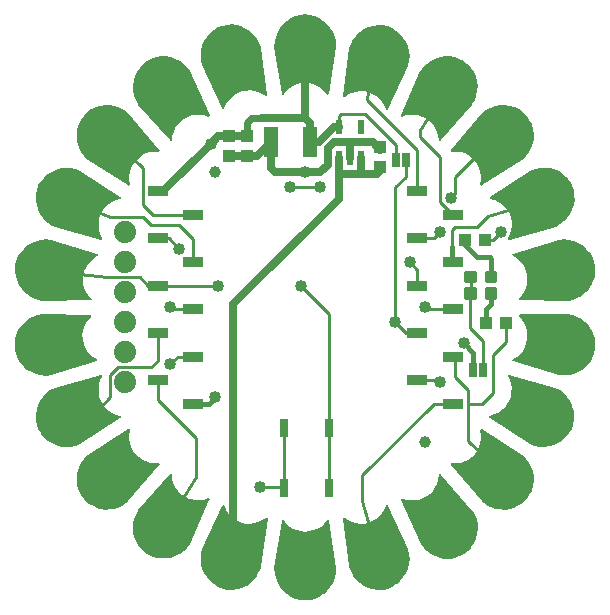
<source format=gbr>
G04 EAGLE Gerber RS-274X export*
G75*
%MOMM*%
%FSLAX34Y34*%
%LPD*%
%INTop Copper*%
%IPPOS*%
%AMOC8*
5,1,8,0,0,1.08239X$1,22.5*%
G01*
%ADD10C,4.064000*%
%ADD11C,0.300000*%
%ADD12R,1.100000X1.000000*%
%ADD13R,1.000000X1.100000*%
%ADD14R,1.200000X2.500000*%
%ADD15R,1.700000X0.850000*%
%ADD16R,0.635000X1.270000*%
%ADD17R,0.550000X1.200000*%
%ADD18C,1.879600*%
%ADD19R,0.762000X1.524000*%
%ADD20C,1.000000*%
%ADD21C,0.660400*%
%ADD22C,0.406400*%
%ADD23C,1.016000*%
%ADD24C,0.254000*%
%ADD25C,0.609600*%

G36*
X69336Y167414D02*
X69336Y167414D01*
X69473Y167428D01*
X69475Y167429D01*
X69477Y167429D01*
X69610Y167483D01*
X69737Y167534D01*
X69739Y167535D01*
X69741Y167535D01*
X69853Y167623D01*
X69962Y167708D01*
X69963Y167710D01*
X69964Y167711D01*
X69975Y167726D01*
X70129Y167938D01*
X70139Y167967D01*
X70154Y167988D01*
X87139Y204696D01*
X87178Y204823D01*
X87207Y204896D01*
X88102Y208796D01*
X88105Y208828D01*
X88114Y208856D01*
X88115Y208912D01*
X88126Y208954D01*
X88399Y212947D01*
X88393Y213040D01*
X88398Y213106D01*
X88044Y217092D01*
X88022Y217184D01*
X88017Y217249D01*
X87044Y221131D01*
X87008Y221218D01*
X86993Y221282D01*
X85424Y224964D01*
X85376Y225044D01*
X85350Y225106D01*
X83225Y228497D01*
X83165Y228568D01*
X83130Y228625D01*
X80500Y231642D01*
X80430Y231703D01*
X80387Y231753D01*
X77317Y234322D01*
X77238Y234371D01*
X77188Y234414D01*
X73754Y236471D01*
X73668Y236507D01*
X73612Y236542D01*
X69899Y238036D01*
X69780Y238065D01*
X69708Y238092D01*
X65775Y238833D01*
X65682Y238837D01*
X65617Y238850D01*
X61616Y238967D01*
X61523Y238957D01*
X61457Y238959D01*
X57488Y238449D01*
X57398Y238424D01*
X57332Y238416D01*
X53491Y237291D01*
X53406Y237253D01*
X53342Y237235D01*
X49725Y235523D01*
X49647Y235471D01*
X49587Y235444D01*
X46281Y233187D01*
X46212Y233124D01*
X46157Y233087D01*
X43246Y230341D01*
X43187Y230268D01*
X43139Y230223D01*
X40692Y227056D01*
X40646Y226975D01*
X40605Y226923D01*
X38685Y223411D01*
X38652Y223324D01*
X38619Y223266D01*
X37272Y219498D01*
X37252Y219402D01*
X37234Y219345D01*
X37233Y219331D01*
X37222Y219293D01*
X31754Y179217D01*
X31754Y179215D01*
X31753Y179213D01*
X31754Y179074D01*
X31755Y178933D01*
X31756Y178931D01*
X31756Y178929D01*
X31796Y178794D01*
X31835Y178660D01*
X31836Y178658D01*
X31837Y178656D01*
X31914Y178536D01*
X31988Y178420D01*
X31989Y178419D01*
X31990Y178417D01*
X32098Y178323D01*
X32201Y178232D01*
X32203Y178231D01*
X32204Y178230D01*
X32332Y178170D01*
X32458Y178110D01*
X32460Y178110D01*
X32462Y178109D01*
X32598Y178088D01*
X32739Y178065D01*
X32741Y178065D01*
X32742Y178065D01*
X32884Y178082D01*
X33021Y178099D01*
X33023Y178099D01*
X33025Y178100D01*
X33042Y178107D01*
X33283Y178209D01*
X33307Y178229D01*
X33330Y178240D01*
X36331Y180276D01*
X39544Y181773D01*
X42955Y182739D01*
X46476Y183148D01*
X50018Y182991D01*
X53489Y182272D01*
X56801Y181008D01*
X59869Y179232D01*
X62615Y176990D01*
X64968Y174338D01*
X66868Y171346D01*
X68299Y168014D01*
X68300Y168012D01*
X68301Y168010D01*
X68375Y167890D01*
X68447Y167771D01*
X68449Y167769D01*
X68450Y167768D01*
X68553Y167673D01*
X68656Y167578D01*
X68658Y167577D01*
X68659Y167576D01*
X68784Y167514D01*
X68911Y167451D01*
X68913Y167451D01*
X68914Y167450D01*
X69054Y167425D01*
X69190Y167400D01*
X69192Y167400D01*
X69194Y167400D01*
X69336Y167414D01*
G37*
G36*
X23Y-248005D02*
X23Y-248005D01*
X100Y-248010D01*
X4082Y-247618D01*
X4173Y-247596D01*
X4239Y-247590D01*
X8112Y-246579D01*
X8198Y-246543D01*
X8262Y-246527D01*
X11929Y-244923D01*
X12008Y-244874D01*
X12069Y-244848D01*
X15440Y-242691D01*
X15511Y-242630D01*
X15567Y-242594D01*
X18559Y-239936D01*
X18619Y-239865D01*
X18669Y-239821D01*
X21208Y-236728D01*
X21257Y-236648D01*
X21299Y-236597D01*
X23323Y-233144D01*
X23359Y-233058D01*
X23392Y-233001D01*
X24851Y-229274D01*
X24873Y-229183D01*
X24898Y-229122D01*
X25756Y-225213D01*
X25763Y-225119D01*
X25777Y-225055D01*
X26013Y-221060D01*
X26003Y-220928D01*
X26004Y-220849D01*
X20004Y-180849D01*
X20003Y-180848D01*
X20003Y-180846D01*
X19964Y-180715D01*
X19960Y-180703D01*
X19938Y-180617D01*
X19932Y-180607D01*
X19923Y-180577D01*
X19922Y-180575D01*
X19921Y-180573D01*
X19845Y-180456D01*
X19802Y-180389D01*
X19793Y-180373D01*
X19791Y-180371D01*
X19769Y-180338D01*
X19768Y-180336D01*
X19767Y-180335D01*
X19660Y-180242D01*
X19556Y-180150D01*
X19554Y-180149D01*
X19552Y-180148D01*
X19424Y-180089D01*
X19298Y-180030D01*
X19296Y-180029D01*
X19295Y-180028D01*
X19155Y-180007D01*
X19017Y-179985D01*
X19016Y-179985D01*
X19014Y-179985D01*
X18877Y-180002D01*
X18735Y-180020D01*
X18734Y-180021D01*
X18732Y-180021D01*
X18607Y-180075D01*
X18474Y-180132D01*
X18472Y-180133D01*
X18471Y-180134D01*
X18458Y-180145D01*
X18452Y-180149D01*
X18452Y-180150D01*
X18449Y-180152D01*
X18254Y-180312D01*
X18244Y-180325D01*
X18235Y-180333D01*
X18227Y-180345D01*
X18217Y-180354D01*
X15908Y-183150D01*
X13244Y-185489D01*
X10242Y-187373D01*
X6977Y-188755D01*
X3534Y-189598D01*
X0Y-189882D01*
X-3534Y-189598D01*
X-6977Y-188755D01*
X-10242Y-187373D01*
X-13244Y-185489D01*
X-15908Y-183150D01*
X-18217Y-180354D01*
X-18219Y-180352D01*
X-18220Y-180351D01*
X-18324Y-180256D01*
X-18395Y-180191D01*
X-18409Y-180178D01*
X-18427Y-180162D01*
X-18429Y-180161D01*
X-18430Y-180160D01*
X-18560Y-180096D01*
X-18682Y-180036D01*
X-18684Y-180036D01*
X-18685Y-180035D01*
X-18826Y-180010D01*
X-18962Y-179985D01*
X-18964Y-179986D01*
X-18965Y-179985D01*
X-19102Y-180000D01*
X-19244Y-180015D01*
X-19246Y-180015D01*
X-19248Y-180016D01*
X-19376Y-180068D01*
X-19508Y-180121D01*
X-19510Y-180122D01*
X-19511Y-180123D01*
X-19619Y-180208D01*
X-19732Y-180296D01*
X-19733Y-180298D01*
X-19734Y-180299D01*
X-19759Y-180333D01*
X-19763Y-180339D01*
X-19815Y-180412D01*
X-19898Y-180527D01*
X-19899Y-180529D01*
X-19900Y-180530D01*
X-19906Y-180547D01*
X-19910Y-180560D01*
X-19917Y-180570D01*
X-19940Y-180644D01*
X-19994Y-180794D01*
X-19996Y-180819D01*
X-20003Y-180841D01*
X-20003Y-180845D01*
X-20004Y-180849D01*
X-26004Y-220849D01*
X-26005Y-220982D01*
X-26014Y-221060D01*
X-25778Y-225055D01*
X-25759Y-225147D01*
X-25756Y-225213D01*
X-24898Y-229122D01*
X-24865Y-229210D01*
X-24852Y-229274D01*
X-23393Y-233001D01*
X-23347Y-233083D01*
X-23323Y-233144D01*
X-21299Y-236597D01*
X-21241Y-236670D01*
X-21208Y-236728D01*
X-18669Y-239821D01*
X-18600Y-239885D01*
X-18559Y-239936D01*
X-15567Y-242595D01*
X-15489Y-242646D01*
X-15440Y-242691D01*
X-12069Y-244848D01*
X-11984Y-244887D01*
X-11929Y-244924D01*
X-8262Y-246527D01*
X-8172Y-246553D01*
X-8112Y-246580D01*
X-4239Y-247590D01*
X-4146Y-247601D01*
X-4082Y-247618D01*
X-100Y-248010D01*
X23Y-248005D01*
G37*
G36*
X-69302Y168017D02*
X-69302Y168017D01*
X-69164Y168035D01*
X-69162Y168036D01*
X-69160Y168036D01*
X-69029Y168093D01*
X-68903Y168148D01*
X-68902Y168149D01*
X-68900Y168150D01*
X-68791Y168240D01*
X-68684Y168329D01*
X-68683Y168330D01*
X-68681Y168331D01*
X-68671Y168347D01*
X-68523Y168563D01*
X-68513Y168592D01*
X-68499Y168614D01*
X-67068Y171946D01*
X-65168Y174938D01*
X-62815Y177590D01*
X-60069Y179832D01*
X-57001Y181608D01*
X-53689Y182872D01*
X-50218Y183591D01*
X-46676Y183748D01*
X-43155Y183339D01*
X-39744Y182373D01*
X-36531Y180876D01*
X-33530Y178840D01*
X-33528Y178839D01*
X-33527Y178837D01*
X-33399Y178775D01*
X-33274Y178714D01*
X-33273Y178714D01*
X-33271Y178713D01*
X-33132Y178689D01*
X-32994Y178665D01*
X-32993Y178665D01*
X-32991Y178665D01*
X-32854Y178680D01*
X-32712Y178695D01*
X-32710Y178696D01*
X-32708Y178696D01*
X-32581Y178748D01*
X-32449Y178802D01*
X-32447Y178804D01*
X-32445Y178804D01*
X-32337Y178890D01*
X-32225Y178979D01*
X-32224Y178980D01*
X-32223Y178981D01*
X-32142Y179096D01*
X-32060Y179210D01*
X-32059Y179211D01*
X-32058Y179213D01*
X-32012Y179345D01*
X-31965Y179478D01*
X-31965Y179480D01*
X-31964Y179481D01*
X-31963Y179499D01*
X-31948Y179761D01*
X-31955Y179792D01*
X-31954Y179817D01*
X-37422Y219893D01*
X-37458Y220021D01*
X-37472Y220098D01*
X-38819Y223866D01*
X-38863Y223949D01*
X-38885Y224012D01*
X-40805Y227523D01*
X-40861Y227598D01*
X-40892Y227656D01*
X-43338Y230824D01*
X-43405Y230889D01*
X-43445Y230942D01*
X-46357Y233688D01*
X-46433Y233741D01*
X-46481Y233787D01*
X-49786Y236044D01*
X-49870Y236085D01*
X-49925Y236123D01*
X-53542Y237835D01*
X-53632Y237863D01*
X-53691Y237892D01*
X-57532Y239017D01*
X-57624Y239030D01*
X-57688Y239049D01*
X-61657Y239559D01*
X-61751Y239558D01*
X-61816Y239567D01*
X-65817Y239450D01*
X-65909Y239435D01*
X-65975Y239433D01*
X-69908Y238692D01*
X-70024Y238652D01*
X-70099Y238636D01*
X-73812Y237141D01*
X-73893Y237095D01*
X-73954Y237071D01*
X-77387Y235014D01*
X-77460Y234955D01*
X-77517Y234921D01*
X-80586Y232353D01*
X-80649Y232283D01*
X-80700Y232241D01*
X-83330Y229224D01*
X-83381Y229146D01*
X-83425Y229097D01*
X-85550Y225705D01*
X-85588Y225620D01*
X-85624Y225564D01*
X-87192Y221882D01*
X-87217Y221792D01*
X-87243Y221731D01*
X-88217Y217849D01*
X-88227Y217756D01*
X-88243Y217692D01*
X-88597Y213706D01*
X-88593Y213613D01*
X-88599Y213547D01*
X-88325Y209554D01*
X-88321Y209531D01*
X-88321Y209508D01*
X-88305Y209446D01*
X-88302Y209396D01*
X-87407Y205496D01*
X-87360Y205372D01*
X-87339Y205296D01*
X-70354Y168588D01*
X-70353Y168586D01*
X-70352Y168585D01*
X-70277Y168469D01*
X-70199Y168349D01*
X-70198Y168348D01*
X-70197Y168346D01*
X-70091Y168255D01*
X-69985Y168163D01*
X-69983Y168162D01*
X-69982Y168161D01*
X-69853Y168101D01*
X-69727Y168043D01*
X-69725Y168043D01*
X-69723Y168042D01*
X-69585Y168021D01*
X-69446Y167999D01*
X-69444Y167999D01*
X-69442Y167999D01*
X-69302Y168017D01*
G37*
G36*
X-18877Y180002D02*
X-18877Y180002D01*
X-18735Y180020D01*
X-18734Y180021D01*
X-18732Y180021D01*
X-18607Y180075D01*
X-18474Y180132D01*
X-18472Y180133D01*
X-18471Y180134D01*
X-18458Y180145D01*
X-18254Y180312D01*
X-18236Y180337D01*
X-18217Y180354D01*
X-15908Y183150D01*
X-13244Y185489D01*
X-10242Y187373D01*
X-6977Y188755D01*
X-3534Y189598D01*
X0Y189882D01*
X3534Y189598D01*
X6977Y188755D01*
X10242Y187373D01*
X13244Y185489D01*
X15908Y183150D01*
X18217Y180354D01*
X18219Y180352D01*
X18220Y180351D01*
X18324Y180256D01*
X18427Y180162D01*
X18429Y180161D01*
X18430Y180160D01*
X18560Y180096D01*
X18682Y180036D01*
X18684Y180036D01*
X18685Y180035D01*
X18826Y180010D01*
X18962Y179985D01*
X18964Y179986D01*
X18965Y179985D01*
X19102Y180000D01*
X19244Y180015D01*
X19246Y180015D01*
X19248Y180016D01*
X19376Y180068D01*
X19508Y180121D01*
X19510Y180122D01*
X19511Y180123D01*
X19619Y180208D01*
X19732Y180296D01*
X19733Y180298D01*
X19734Y180299D01*
X19815Y180412D01*
X19898Y180527D01*
X19899Y180529D01*
X19900Y180530D01*
X19906Y180547D01*
X19994Y180794D01*
X19996Y180825D01*
X20004Y180849D01*
X26004Y220849D01*
X26005Y220982D01*
X26014Y221060D01*
X25778Y225055D01*
X25759Y225147D01*
X25756Y225213D01*
X24898Y229122D01*
X24865Y229210D01*
X24852Y229274D01*
X23393Y233001D01*
X23347Y233083D01*
X23323Y233144D01*
X21299Y236597D01*
X21241Y236670D01*
X21208Y236728D01*
X18669Y239821D01*
X18600Y239885D01*
X18559Y239936D01*
X15567Y242595D01*
X15489Y242646D01*
X15440Y242691D01*
X12069Y244848D01*
X11984Y244887D01*
X11929Y244924D01*
X8262Y246527D01*
X8172Y246553D01*
X8112Y246580D01*
X4239Y247590D01*
X4146Y247601D01*
X4082Y247618D01*
X100Y248010D01*
X8Y248007D01*
X-43Y248007D01*
X-100Y248010D01*
X-4082Y247618D01*
X-4173Y247596D01*
X-4239Y247590D01*
X-8112Y246579D01*
X-8198Y246543D01*
X-8262Y246527D01*
X-11929Y244923D01*
X-12008Y244874D01*
X-12069Y244848D01*
X-15440Y242691D01*
X-15511Y242630D01*
X-15567Y242594D01*
X-18559Y239936D01*
X-18619Y239865D01*
X-18669Y239821D01*
X-21208Y236728D01*
X-21257Y236648D01*
X-21299Y236597D01*
X-23323Y233144D01*
X-23359Y233058D01*
X-23392Y233001D01*
X-24851Y229274D01*
X-24873Y229183D01*
X-24898Y229122D01*
X-25756Y225213D01*
X-25763Y225119D01*
X-25777Y225055D01*
X-26013Y221060D01*
X-26003Y220928D01*
X-26004Y220849D01*
X-20004Y180849D01*
X-20003Y180848D01*
X-20003Y180846D01*
X-19964Y180715D01*
X-19923Y180577D01*
X-19922Y180575D01*
X-19921Y180573D01*
X-19845Y180456D01*
X-19769Y180338D01*
X-19768Y180336D01*
X-19767Y180335D01*
X-19660Y180242D01*
X-19556Y180150D01*
X-19554Y180149D01*
X-19552Y180148D01*
X-19424Y180089D01*
X-19298Y180030D01*
X-19296Y180029D01*
X-19295Y180028D01*
X-19155Y180007D01*
X-19017Y179985D01*
X-19016Y179985D01*
X-19014Y179985D01*
X-18877Y180002D01*
G37*
G36*
X65617Y-238850D02*
X65617Y-238850D01*
X65709Y-238835D01*
X65775Y-238833D01*
X69708Y-238092D01*
X69824Y-238052D01*
X69899Y-238036D01*
X73612Y-236541D01*
X73693Y-236495D01*
X73754Y-236471D01*
X77187Y-234414D01*
X77260Y-234355D01*
X77317Y-234321D01*
X80386Y-231753D01*
X80449Y-231683D01*
X80500Y-231641D01*
X83130Y-228624D01*
X83181Y-228546D01*
X83225Y-228497D01*
X85350Y-225105D01*
X85388Y-225020D01*
X85424Y-224964D01*
X86992Y-221282D01*
X87017Y-221192D01*
X87043Y-221131D01*
X88017Y-217249D01*
X88027Y-217156D01*
X88043Y-217092D01*
X88397Y-213106D01*
X88393Y-213013D01*
X88399Y-212947D01*
X88125Y-208954D01*
X88106Y-208863D01*
X88102Y-208796D01*
X87207Y-204896D01*
X87160Y-204772D01*
X87139Y-204696D01*
X70154Y-167988D01*
X70153Y-167986D01*
X70152Y-167985D01*
X70077Y-167869D01*
X69999Y-167749D01*
X69998Y-167748D01*
X69997Y-167746D01*
X69891Y-167655D01*
X69785Y-167563D01*
X69783Y-167562D01*
X69782Y-167561D01*
X69653Y-167501D01*
X69527Y-167443D01*
X69525Y-167443D01*
X69523Y-167442D01*
X69385Y-167421D01*
X69246Y-167399D01*
X69244Y-167399D01*
X69242Y-167399D01*
X69102Y-167417D01*
X68964Y-167435D01*
X68962Y-167436D01*
X68960Y-167436D01*
X68829Y-167493D01*
X68703Y-167548D01*
X68702Y-167549D01*
X68700Y-167550D01*
X68591Y-167640D01*
X68484Y-167729D01*
X68483Y-167730D01*
X68481Y-167731D01*
X68471Y-167747D01*
X68323Y-167963D01*
X68313Y-167992D01*
X68299Y-168014D01*
X66868Y-171346D01*
X64968Y-174338D01*
X62615Y-176990D01*
X59869Y-179232D01*
X56801Y-181008D01*
X53489Y-182272D01*
X50018Y-182991D01*
X46476Y-183148D01*
X42955Y-182739D01*
X39544Y-181773D01*
X36331Y-180276D01*
X33330Y-178240D01*
X33328Y-178239D01*
X33327Y-178237D01*
X33200Y-178176D01*
X33074Y-178114D01*
X33073Y-178114D01*
X33071Y-178113D01*
X32932Y-178089D01*
X32794Y-178065D01*
X32793Y-178065D01*
X32791Y-178065D01*
X32654Y-178080D01*
X32512Y-178095D01*
X32510Y-178096D01*
X32508Y-178096D01*
X32381Y-178148D01*
X32249Y-178202D01*
X32247Y-178204D01*
X32245Y-178204D01*
X32137Y-178290D01*
X32025Y-178379D01*
X32024Y-178380D01*
X32023Y-178381D01*
X31942Y-178496D01*
X31860Y-178610D01*
X31859Y-178611D01*
X31858Y-178613D01*
X31812Y-178745D01*
X31765Y-178878D01*
X31765Y-178880D01*
X31764Y-178881D01*
X31763Y-178899D01*
X31748Y-179161D01*
X31755Y-179192D01*
X31754Y-179217D01*
X37222Y-219293D01*
X37258Y-219421D01*
X37272Y-219498D01*
X38619Y-223266D01*
X38663Y-223349D01*
X38685Y-223412D01*
X40605Y-226923D01*
X40661Y-226998D01*
X40692Y-227056D01*
X43138Y-230224D01*
X43205Y-230289D01*
X43245Y-230342D01*
X46157Y-233088D01*
X46233Y-233141D01*
X46281Y-233187D01*
X49586Y-235444D01*
X49670Y-235485D01*
X49725Y-235523D01*
X53342Y-237235D01*
X53432Y-237263D01*
X53491Y-237292D01*
X57332Y-238417D01*
X57424Y-238430D01*
X57488Y-238449D01*
X61457Y-238959D01*
X61551Y-238958D01*
X61616Y-238967D01*
X65617Y-238850D01*
G37*
G36*
X-61523Y-238957D02*
X-61523Y-238957D01*
X-61457Y-238959D01*
X-57488Y-238449D01*
X-57398Y-238424D01*
X-57332Y-238416D01*
X-53491Y-237291D01*
X-53406Y-237253D01*
X-53342Y-237235D01*
X-49725Y-235523D01*
X-49647Y-235471D01*
X-49587Y-235444D01*
X-46281Y-233187D01*
X-46212Y-233124D01*
X-46157Y-233087D01*
X-43246Y-230341D01*
X-43187Y-230268D01*
X-43139Y-230223D01*
X-40692Y-227056D01*
X-40646Y-226975D01*
X-40605Y-226923D01*
X-38685Y-223411D01*
X-38652Y-223324D01*
X-38619Y-223266D01*
X-37272Y-219498D01*
X-37245Y-219368D01*
X-37222Y-219293D01*
X-31754Y-179217D01*
X-31754Y-179215D01*
X-31753Y-179213D01*
X-31754Y-179074D01*
X-31755Y-178933D01*
X-31756Y-178931D01*
X-31756Y-178929D01*
X-31796Y-178794D01*
X-31835Y-178660D01*
X-31836Y-178658D01*
X-31837Y-178656D01*
X-31914Y-178536D01*
X-31988Y-178420D01*
X-31989Y-178419D01*
X-31990Y-178417D01*
X-32098Y-178323D01*
X-32201Y-178232D01*
X-32203Y-178231D01*
X-32204Y-178230D01*
X-32332Y-178170D01*
X-32458Y-178110D01*
X-32460Y-178110D01*
X-32462Y-178109D01*
X-32598Y-178088D01*
X-32739Y-178065D01*
X-32741Y-178065D01*
X-32742Y-178065D01*
X-32884Y-178082D01*
X-33021Y-178099D01*
X-33023Y-178099D01*
X-33025Y-178100D01*
X-33042Y-178107D01*
X-33283Y-178209D01*
X-33307Y-178229D01*
X-33330Y-178240D01*
X-36331Y-180276D01*
X-39544Y-181773D01*
X-42955Y-182739D01*
X-46476Y-183148D01*
X-50018Y-182991D01*
X-53489Y-182272D01*
X-56801Y-181008D01*
X-59869Y-179232D01*
X-62615Y-176990D01*
X-64968Y-174338D01*
X-66868Y-171346D01*
X-68299Y-168014D01*
X-68300Y-168012D01*
X-68301Y-168010D01*
X-68375Y-167890D01*
X-68447Y-167771D01*
X-68449Y-167769D01*
X-68450Y-167768D01*
X-68553Y-167673D01*
X-68656Y-167578D01*
X-68658Y-167577D01*
X-68659Y-167576D01*
X-68784Y-167514D01*
X-68911Y-167451D01*
X-68913Y-167451D01*
X-68914Y-167450D01*
X-69054Y-167425D01*
X-69190Y-167400D01*
X-69192Y-167400D01*
X-69194Y-167400D01*
X-69336Y-167414D01*
X-69473Y-167428D01*
X-69475Y-167429D01*
X-69477Y-167429D01*
X-69610Y-167483D01*
X-69737Y-167534D01*
X-69739Y-167535D01*
X-69741Y-167535D01*
X-69853Y-167623D01*
X-69962Y-167708D01*
X-69963Y-167710D01*
X-69964Y-167711D01*
X-69975Y-167726D01*
X-70129Y-167938D01*
X-70139Y-167967D01*
X-70154Y-167988D01*
X-87139Y-204696D01*
X-87178Y-204823D01*
X-87207Y-204896D01*
X-88102Y-208796D01*
X-88110Y-208889D01*
X-88126Y-208954D01*
X-88399Y-212947D01*
X-88393Y-213040D01*
X-88398Y-213106D01*
X-88044Y-217092D01*
X-88022Y-217184D01*
X-88017Y-217249D01*
X-87044Y-221131D01*
X-87008Y-221218D01*
X-86993Y-221282D01*
X-85424Y-224964D01*
X-85376Y-225044D01*
X-85350Y-225106D01*
X-83225Y-228497D01*
X-83165Y-228568D01*
X-83130Y-228625D01*
X-80500Y-231642D01*
X-80430Y-231703D01*
X-80387Y-231753D01*
X-77317Y-234322D01*
X-77238Y-234371D01*
X-77188Y-234414D01*
X-73754Y-236471D01*
X-73668Y-236507D01*
X-73612Y-236542D01*
X-69899Y-238036D01*
X-69780Y-238065D01*
X-69708Y-238092D01*
X-65775Y-238833D01*
X-65682Y-238837D01*
X-65617Y-238850D01*
X-61616Y-238967D01*
X-61523Y-238957D01*
G37*
G36*
X-181872Y5944D02*
X-181872Y5944D01*
X-181870Y5945D01*
X-181868Y5944D01*
X-181727Y5966D01*
X-181591Y5986D01*
X-181589Y5987D01*
X-181587Y5987D01*
X-181463Y6044D01*
X-181332Y6104D01*
X-181331Y6105D01*
X-181329Y6106D01*
X-181225Y6195D01*
X-181116Y6288D01*
X-181115Y6290D01*
X-181114Y6291D01*
X-181038Y6407D01*
X-180960Y6526D01*
X-180959Y6528D01*
X-180958Y6529D01*
X-180917Y6666D01*
X-180876Y6798D01*
X-180876Y6799D01*
X-180875Y6801D01*
X-180873Y6944D01*
X-180870Y7082D01*
X-180871Y7084D01*
X-180871Y7086D01*
X-180907Y7218D01*
X-180944Y7356D01*
X-180945Y7358D01*
X-180945Y7360D01*
X-180954Y7375D01*
X-181090Y7600D01*
X-181113Y7621D01*
X-181127Y7642D01*
X-183565Y10326D01*
X-185500Y13297D01*
X-186937Y16537D01*
X-187839Y19966D01*
X-188182Y23494D01*
X-187959Y27032D01*
X-187174Y30489D01*
X-185848Y33777D01*
X-184016Y36811D01*
X-181722Y39515D01*
X-179027Y41818D01*
X-175930Y43704D01*
X-175929Y43705D01*
X-175927Y43706D01*
X-175819Y43795D01*
X-175710Y43884D01*
X-175709Y43886D01*
X-175708Y43887D01*
X-175630Y44001D01*
X-175549Y44119D01*
X-175549Y44121D01*
X-175548Y44122D01*
X-175505Y44251D01*
X-175459Y44388D01*
X-175459Y44390D01*
X-175459Y44392D01*
X-175454Y44531D01*
X-175448Y44672D01*
X-175448Y44674D01*
X-175448Y44676D01*
X-175482Y44811D01*
X-175516Y44949D01*
X-175517Y44950D01*
X-175517Y44952D01*
X-175587Y45073D01*
X-175657Y45195D01*
X-175659Y45196D01*
X-175660Y45198D01*
X-175760Y45294D01*
X-175862Y45393D01*
X-175863Y45394D01*
X-175865Y45395D01*
X-175881Y45403D01*
X-176113Y45526D01*
X-176143Y45532D01*
X-176166Y45543D01*
X-214901Y57187D01*
X-215032Y57207D01*
X-215108Y57227D01*
X-219096Y57563D01*
X-219189Y57558D01*
X-219255Y57564D01*
X-223247Y57272D01*
X-223338Y57252D01*
X-223404Y57248D01*
X-227301Y56336D01*
X-227388Y56302D01*
X-227453Y56287D01*
X-231159Y54777D01*
X-231240Y54730D01*
X-231301Y54705D01*
X-234725Y52633D01*
X-234798Y52574D01*
X-234855Y52540D01*
X-237913Y49959D01*
X-237975Y49889D01*
X-238026Y49847D01*
X-240642Y46818D01*
X-240693Y46739D01*
X-240737Y46690D01*
X-242847Y43289D01*
X-242885Y43203D01*
X-242920Y43148D01*
X-244473Y39459D01*
X-244497Y39369D01*
X-244523Y39308D01*
X-245479Y35421D01*
X-245486Y35351D01*
X-245496Y35321D01*
X-245497Y35274D01*
X-245508Y35224D01*
X-245687Y31226D01*
X-245678Y31133D01*
X-245682Y31067D01*
X-245557Y29961D01*
X-245557Y29960D01*
X-245234Y27090D01*
X-245210Y27000D01*
X-245204Y26934D01*
X-244139Y23076D01*
X-244102Y22990D01*
X-244085Y22926D01*
X-242430Y19282D01*
X-242380Y19203D01*
X-242353Y19143D01*
X-240149Y15803D01*
X-240087Y15732D01*
X-240051Y15677D01*
X-237351Y12723D01*
X-237279Y12663D01*
X-237234Y12614D01*
X-234106Y10118D01*
X-234025Y10071D01*
X-233974Y10029D01*
X-230493Y8053D01*
X-230406Y8019D01*
X-230349Y7986D01*
X-226602Y6579D01*
X-226511Y6559D01*
X-226449Y6535D01*
X-222529Y5732D01*
X-222396Y5723D01*
X-222319Y5711D01*
X-181872Y5944D01*
G37*
G36*
X172784Y57170D02*
X172784Y57170D01*
X173046Y57192D01*
X173075Y57203D01*
X173100Y57206D01*
X211986Y68334D01*
X212108Y68388D01*
X212182Y68412D01*
X215720Y70284D01*
X215795Y70339D01*
X215854Y70369D01*
X219055Y72771D01*
X219122Y72837D01*
X219175Y72876D01*
X221961Y75749D01*
X221974Y75767D01*
X221991Y75781D01*
X222027Y75836D01*
X222063Y75872D01*
X224365Y79145D01*
X224408Y79228D01*
X224447Y79282D01*
X226209Y82876D01*
X226238Y82965D01*
X226267Y83024D01*
X227446Y86848D01*
X227461Y86941D01*
X227481Y87004D01*
X228046Y90966D01*
X228046Y91059D01*
X228056Y91125D01*
X227995Y95127D01*
X227981Y95219D01*
X227980Y95285D01*
X227294Y99228D01*
X227265Y99317D01*
X227254Y99382D01*
X225959Y103169D01*
X225936Y103215D01*
X225929Y103244D01*
X225897Y103298D01*
X225877Y103350D01*
X223868Y106812D01*
X223810Y106885D01*
X223778Y106943D01*
X221252Y110048D01*
X221184Y110111D01*
X221142Y110163D01*
X218162Y112834D01*
X218085Y112886D01*
X218036Y112931D01*
X214675Y115103D01*
X214590Y115143D01*
X214534Y115179D01*
X210875Y116799D01*
X210785Y116825D01*
X210725Y116852D01*
X206857Y117879D01*
X206764Y117890D01*
X206700Y117908D01*
X202719Y118318D01*
X202625Y118314D01*
X202560Y118322D01*
X198563Y118104D01*
X198472Y118086D01*
X198406Y118083D01*
X194493Y117242D01*
X194405Y117210D01*
X194340Y117197D01*
X190607Y115755D01*
X190491Y115690D01*
X190419Y115659D01*
X156509Y93611D01*
X156507Y93610D01*
X156506Y93609D01*
X156398Y93515D01*
X156295Y93425D01*
X156294Y93423D01*
X156292Y93422D01*
X156216Y93303D01*
X156140Y93186D01*
X156140Y93184D01*
X156139Y93182D01*
X156100Y93050D01*
X156059Y92913D01*
X156059Y92912D01*
X156058Y92910D01*
X156057Y92770D01*
X156055Y92629D01*
X156056Y92627D01*
X156056Y92625D01*
X156094Y92488D01*
X156131Y92355D01*
X156132Y92354D01*
X156133Y92352D01*
X156208Y92230D01*
X156280Y92113D01*
X156282Y92112D01*
X156283Y92110D01*
X156386Y92017D01*
X156490Y91922D01*
X156492Y91921D01*
X156493Y91919D01*
X156510Y91912D01*
X156745Y91796D01*
X156776Y91790D01*
X156799Y91780D01*
X160301Y90839D01*
X163534Y89385D01*
X166494Y87434D01*
X169105Y85036D01*
X171300Y82252D01*
X173023Y79154D01*
X174231Y75821D01*
X174891Y72338D01*
X174988Y68795D01*
X174519Y65281D01*
X173495Y61887D01*
X171908Y58626D01*
X171907Y58624D01*
X171906Y58623D01*
X171864Y58491D01*
X171820Y58356D01*
X171820Y58354D01*
X171820Y58352D01*
X171816Y58213D01*
X171811Y58071D01*
X171812Y58070D01*
X171812Y58068D01*
X171846Y57934D01*
X171881Y57796D01*
X171882Y57794D01*
X171883Y57792D01*
X171956Y57670D01*
X172025Y57551D01*
X172027Y57549D01*
X172028Y57548D01*
X172131Y57451D01*
X172231Y57355D01*
X172233Y57354D01*
X172235Y57353D01*
X172357Y57290D01*
X172484Y57224D01*
X172486Y57224D01*
X172487Y57223D01*
X172623Y57196D01*
X172762Y57168D01*
X172764Y57168D01*
X172766Y57168D01*
X172784Y57170D01*
G37*
G36*
X-165025Y-171047D02*
X-165025Y-171047D01*
X-164933Y-171031D01*
X-164867Y-171030D01*
X-160932Y-170299D01*
X-160844Y-170269D01*
X-160778Y-170258D01*
X-157006Y-168920D01*
X-156923Y-168877D01*
X-156861Y-168856D01*
X-153344Y-166945D01*
X-153269Y-166889D01*
X-153211Y-166858D01*
X-150037Y-164421D01*
X-149944Y-164326D01*
X-149884Y-164276D01*
X-123578Y-133551D01*
X-123577Y-133549D01*
X-123576Y-133548D01*
X-123500Y-133428D01*
X-123425Y-133311D01*
X-123425Y-133309D01*
X-123424Y-133308D01*
X-123383Y-133169D01*
X-123345Y-133038D01*
X-123345Y-133037D01*
X-123344Y-133035D01*
X-123344Y-132890D01*
X-123343Y-132754D01*
X-123344Y-132752D01*
X-123344Y-132750D01*
X-123383Y-132614D01*
X-123420Y-132481D01*
X-123421Y-132479D01*
X-123422Y-132477D01*
X-123494Y-132362D01*
X-123571Y-132239D01*
X-123572Y-132238D01*
X-123573Y-132236D01*
X-123678Y-132142D01*
X-123782Y-132049D01*
X-123783Y-132048D01*
X-123785Y-132047D01*
X-123911Y-131986D01*
X-124037Y-131924D01*
X-124039Y-131924D01*
X-124041Y-131923D01*
X-124058Y-131921D01*
X-124317Y-131876D01*
X-124348Y-131879D01*
X-124373Y-131876D01*
X-127999Y-131961D01*
X-131511Y-131479D01*
X-134901Y-130443D01*
X-138083Y-128880D01*
X-138340Y-128698D01*
X-140975Y-126830D01*
X-143502Y-124345D01*
X-145602Y-121488D01*
X-147219Y-118333D01*
X-148312Y-114961D01*
X-148854Y-111458D01*
X-148830Y-107913D01*
X-148228Y-104337D01*
X-148228Y-104335D01*
X-148228Y-104333D01*
X-148225Y-104197D01*
X-148221Y-104052D01*
X-148221Y-104051D01*
X-148221Y-104049D01*
X-148257Y-103915D01*
X-148292Y-103777D01*
X-148293Y-103776D01*
X-148294Y-103774D01*
X-148366Y-103654D01*
X-148437Y-103533D01*
X-148439Y-103532D01*
X-148440Y-103530D01*
X-148543Y-103434D01*
X-148645Y-103338D01*
X-148646Y-103337D01*
X-148648Y-103336D01*
X-148776Y-103271D01*
X-148898Y-103209D01*
X-148899Y-103208D01*
X-148901Y-103207D01*
X-149039Y-103181D01*
X-149177Y-103154D01*
X-149179Y-103154D01*
X-149180Y-103154D01*
X-149320Y-103167D01*
X-149460Y-103179D01*
X-149462Y-103180D01*
X-149464Y-103180D01*
X-149480Y-103187D01*
X-149725Y-103282D01*
X-149750Y-103301D01*
X-149773Y-103311D01*
X-183935Y-124965D01*
X-184037Y-125051D01*
X-184101Y-125096D01*
X-186966Y-127890D01*
X-187023Y-127964D01*
X-187071Y-128010D01*
X-189464Y-131218D01*
X-189509Y-131300D01*
X-189549Y-131352D01*
X-191411Y-134895D01*
X-191442Y-134983D01*
X-191474Y-135041D01*
X-192758Y-138832D01*
X-192776Y-138924D01*
X-192797Y-138986D01*
X-193473Y-142931D01*
X-193476Y-143024D01*
X-193488Y-143090D01*
X-193538Y-147091D01*
X-193526Y-147184D01*
X-193528Y-147250D01*
X-192952Y-151211D01*
X-192925Y-151301D01*
X-192916Y-151366D01*
X-191728Y-155188D01*
X-191695Y-155256D01*
X-191684Y-155301D01*
X-191675Y-155316D01*
X-191669Y-155336D01*
X-189897Y-158924D01*
X-189844Y-159002D01*
X-189816Y-159061D01*
X-187504Y-162329D01*
X-187420Y-162418D01*
X-187374Y-162479D01*
X-184470Y-165232D01*
X-184394Y-165287D01*
X-184346Y-165333D01*
X-181047Y-167598D01*
X-180963Y-167640D01*
X-180909Y-167678D01*
X-177296Y-169399D01*
X-177206Y-169427D01*
X-177147Y-169456D01*
X-173309Y-170591D01*
X-173217Y-170605D01*
X-173153Y-170624D01*
X-169185Y-171145D01*
X-169092Y-171144D01*
X-169026Y-171153D01*
X-165025Y-171047D01*
G37*
G36*
X-172816Y57067D02*
X-172816Y57067D01*
X-172814Y57067D01*
X-172675Y57087D01*
X-172537Y57107D01*
X-172535Y57108D01*
X-172533Y57108D01*
X-172404Y57167D01*
X-172278Y57224D01*
X-172276Y57225D01*
X-172275Y57226D01*
X-172168Y57317D01*
X-172061Y57408D01*
X-172060Y57410D01*
X-172059Y57411D01*
X-171983Y57525D01*
X-171904Y57645D01*
X-171904Y57647D01*
X-171902Y57648D01*
X-171861Y57781D01*
X-171819Y57916D01*
X-171819Y57918D01*
X-171818Y57920D01*
X-171816Y58059D01*
X-171812Y58200D01*
X-171813Y58202D01*
X-171813Y58204D01*
X-171818Y58221D01*
X-171885Y58475D01*
X-171901Y58502D01*
X-171908Y58526D01*
X-173495Y61787D01*
X-174519Y65181D01*
X-174988Y68695D01*
X-174891Y72238D01*
X-174231Y75721D01*
X-173023Y79054D01*
X-171300Y82152D01*
X-169105Y84936D01*
X-166494Y87334D01*
X-163534Y89285D01*
X-160301Y90739D01*
X-156799Y91680D01*
X-156797Y91681D01*
X-156795Y91681D01*
X-156666Y91736D01*
X-156537Y91791D01*
X-156536Y91793D01*
X-156534Y91793D01*
X-156427Y91881D01*
X-156317Y91971D01*
X-156316Y91973D01*
X-156314Y91974D01*
X-156234Y92090D01*
X-156155Y92205D01*
X-156154Y92206D01*
X-156153Y92208D01*
X-156109Y92340D01*
X-156064Y92474D01*
X-156064Y92476D01*
X-156064Y92478D01*
X-156058Y92617D01*
X-156052Y92758D01*
X-156052Y92760D01*
X-156052Y92762D01*
X-156085Y92896D01*
X-156118Y93034D01*
X-156119Y93036D01*
X-156120Y93038D01*
X-156189Y93159D01*
X-156259Y93281D01*
X-156261Y93283D01*
X-156262Y93284D01*
X-156275Y93297D01*
X-156463Y93480D01*
X-156490Y93494D01*
X-156509Y93511D01*
X-190419Y115559D01*
X-190539Y115615D01*
X-190607Y115655D01*
X-194340Y117097D01*
X-194431Y117118D01*
X-194493Y117143D01*
X-198406Y117983D01*
X-198499Y117990D01*
X-198563Y118004D01*
X-202560Y118222D01*
X-202653Y118214D01*
X-202719Y118218D01*
X-206700Y117808D01*
X-206791Y117786D01*
X-206857Y117780D01*
X-210725Y116752D01*
X-210811Y116716D01*
X-210875Y116699D01*
X-214535Y115079D01*
X-214614Y115030D01*
X-214675Y115004D01*
X-218036Y112831D01*
X-218107Y112770D01*
X-218162Y112735D01*
X-221142Y110063D01*
X-221203Y109992D01*
X-221252Y109948D01*
X-223778Y106843D01*
X-223826Y106763D01*
X-223868Y106712D01*
X-225877Y103250D01*
X-225890Y103217D01*
X-225907Y103192D01*
X-225927Y103129D01*
X-225959Y103069D01*
X-227254Y99282D01*
X-227272Y99190D01*
X-227294Y99128D01*
X-227980Y95185D01*
X-227983Y95092D01*
X-227995Y95027D01*
X-228056Y91025D01*
X-228044Y90932D01*
X-228046Y90866D01*
X-227480Y86904D01*
X-227454Y86814D01*
X-227445Y86749D01*
X-226267Y82924D01*
X-226227Y82839D01*
X-226208Y82776D01*
X-224446Y79182D01*
X-224394Y79105D01*
X-224365Y79045D01*
X-222063Y75772D01*
X-222040Y75748D01*
X-222024Y75720D01*
X-221985Y75684D01*
X-221961Y75649D01*
X-219175Y72776D01*
X-219101Y72719D01*
X-219055Y72671D01*
X-215854Y70269D01*
X-215772Y70224D01*
X-215719Y70184D01*
X-212182Y68312D01*
X-212057Y68267D01*
X-211986Y68234D01*
X-173100Y57106D01*
X-173098Y57105D01*
X-173096Y57105D01*
X-172957Y57086D01*
X-172818Y57067D01*
X-172816Y57067D01*
G37*
G36*
X169119Y-171143D02*
X169119Y-171143D01*
X169185Y-171145D01*
X173153Y-170624D01*
X173244Y-170599D01*
X173309Y-170591D01*
X177147Y-169456D01*
X177232Y-169417D01*
X177296Y-169399D01*
X180909Y-167678D01*
X180987Y-167626D01*
X181047Y-167598D01*
X184346Y-165333D01*
X184415Y-165270D01*
X184470Y-165233D01*
X187374Y-162479D01*
X187451Y-162383D01*
X187504Y-162329D01*
X189816Y-159061D01*
X189858Y-158978D01*
X189897Y-158924D01*
X191669Y-155336D01*
X191698Y-155247D01*
X191728Y-155188D01*
X192916Y-151366D01*
X192931Y-151274D01*
X192951Y-151211D01*
X193527Y-147250D01*
X193528Y-147157D01*
X193538Y-147091D01*
X193487Y-143090D01*
X193473Y-142997D01*
X193473Y-142931D01*
X192797Y-138986D01*
X192768Y-138897D01*
X192758Y-138832D01*
X191473Y-135042D01*
X191431Y-134958D01*
X191410Y-134895D01*
X189549Y-131352D01*
X189494Y-131277D01*
X189464Y-131218D01*
X187071Y-128010D01*
X187005Y-127943D01*
X186966Y-127890D01*
X184101Y-125096D01*
X183994Y-125017D01*
X183935Y-124965D01*
X149773Y-103311D01*
X149771Y-103310D01*
X149770Y-103309D01*
X149645Y-103253D01*
X149514Y-103194D01*
X149512Y-103193D01*
X149510Y-103192D01*
X149373Y-103173D01*
X149232Y-103153D01*
X149231Y-103153D01*
X149229Y-103153D01*
X149091Y-103172D01*
X148951Y-103192D01*
X148949Y-103193D01*
X148947Y-103193D01*
X148819Y-103251D01*
X148691Y-103307D01*
X148690Y-103309D01*
X148688Y-103309D01*
X148578Y-103402D01*
X148474Y-103490D01*
X148472Y-103492D01*
X148471Y-103493D01*
X148391Y-103613D01*
X148315Y-103726D01*
X148315Y-103728D01*
X148314Y-103730D01*
X148270Y-103868D01*
X148229Y-103997D01*
X148229Y-103999D01*
X148228Y-104001D01*
X148228Y-104020D01*
X148220Y-104281D01*
X148228Y-104311D01*
X148228Y-104337D01*
X148830Y-107913D01*
X148854Y-111458D01*
X148312Y-114961D01*
X147219Y-118333D01*
X145602Y-121488D01*
X143502Y-124345D01*
X140975Y-126830D01*
X138083Y-128880D01*
X134901Y-130443D01*
X131511Y-131479D01*
X127999Y-131961D01*
X124373Y-131876D01*
X124371Y-131876D01*
X124369Y-131875D01*
X124231Y-131892D01*
X124091Y-131909D01*
X124089Y-131909D01*
X124087Y-131910D01*
X123959Y-131964D01*
X123829Y-132019D01*
X123827Y-132020D01*
X123826Y-132021D01*
X123714Y-132111D01*
X123608Y-132197D01*
X123606Y-132199D01*
X123605Y-132200D01*
X123523Y-132317D01*
X123444Y-132430D01*
X123444Y-132432D01*
X123443Y-132434D01*
X123398Y-132566D01*
X123352Y-132699D01*
X123352Y-132701D01*
X123351Y-132703D01*
X123345Y-132845D01*
X123338Y-132983D01*
X123339Y-132985D01*
X123339Y-132987D01*
X123371Y-133124D01*
X123403Y-133260D01*
X123404Y-133261D01*
X123405Y-133263D01*
X123414Y-133278D01*
X123543Y-133507D01*
X123565Y-133529D01*
X123578Y-133551D01*
X149884Y-164276D01*
X149983Y-164363D01*
X150037Y-164421D01*
X153211Y-166858D01*
X153277Y-166896D01*
X153290Y-166908D01*
X153310Y-166918D01*
X153344Y-166945D01*
X156861Y-168856D01*
X156948Y-168889D01*
X157006Y-168921D01*
X160778Y-170258D01*
X160870Y-170277D01*
X160932Y-170299D01*
X164867Y-171030D01*
X164960Y-171034D01*
X165025Y-171047D01*
X169026Y-171153D01*
X169119Y-171143D01*
G37*
G36*
X223247Y-57272D02*
X223247Y-57272D01*
X223338Y-57252D01*
X223404Y-57248D01*
X227301Y-56336D01*
X227388Y-56302D01*
X227453Y-56287D01*
X231159Y-54777D01*
X231240Y-54730D01*
X231301Y-54705D01*
X234725Y-52633D01*
X234798Y-52574D01*
X234855Y-52540D01*
X237913Y-49959D01*
X237975Y-49889D01*
X238026Y-49847D01*
X240642Y-46818D01*
X240693Y-46739D01*
X240737Y-46690D01*
X242847Y-43289D01*
X242885Y-43203D01*
X242920Y-43148D01*
X244473Y-39459D01*
X244497Y-39369D01*
X244523Y-39308D01*
X245479Y-35421D01*
X245481Y-35400D01*
X245482Y-35399D01*
X245482Y-35395D01*
X245491Y-35299D01*
X245508Y-35224D01*
X245687Y-31226D01*
X245678Y-31134D01*
X245678Y-31132D01*
X245682Y-31067D01*
X245680Y-31054D01*
X245566Y-30039D01*
X245566Y-30038D01*
X245234Y-27090D01*
X245210Y-27000D01*
X245204Y-26934D01*
X244139Y-23076D01*
X244102Y-22990D01*
X244085Y-22926D01*
X242430Y-19282D01*
X242380Y-19203D01*
X242353Y-19143D01*
X240149Y-15803D01*
X240087Y-15732D01*
X240051Y-15677D01*
X237351Y-12723D01*
X237279Y-12663D01*
X237234Y-12614D01*
X234106Y-10118D01*
X234025Y-10071D01*
X233974Y-10029D01*
X230493Y-8053D01*
X230406Y-8019D01*
X230349Y-7986D01*
X226602Y-6579D01*
X226511Y-6559D01*
X226449Y-6535D01*
X222529Y-5732D01*
X222396Y-5723D01*
X222319Y-5711D01*
X181872Y-5944D01*
X181870Y-5945D01*
X181868Y-5944D01*
X181727Y-5966D01*
X181591Y-5986D01*
X181589Y-5987D01*
X181587Y-5987D01*
X181463Y-6044D01*
X181332Y-6104D01*
X181331Y-6105D01*
X181329Y-6106D01*
X181225Y-6195D01*
X181116Y-6288D01*
X181115Y-6290D01*
X181114Y-6291D01*
X181038Y-6407D01*
X180960Y-6526D01*
X180959Y-6528D01*
X180958Y-6529D01*
X180917Y-6666D01*
X180876Y-6798D01*
X180876Y-6799D01*
X180875Y-6801D01*
X180873Y-6944D01*
X180870Y-7082D01*
X180871Y-7084D01*
X180871Y-7086D01*
X180907Y-7218D01*
X180944Y-7356D01*
X180945Y-7358D01*
X180945Y-7360D01*
X180954Y-7375D01*
X181090Y-7600D01*
X181113Y-7621D01*
X181127Y-7642D01*
X183565Y-10326D01*
X185500Y-13297D01*
X186937Y-16537D01*
X187839Y-19966D01*
X188182Y-23494D01*
X187959Y-27032D01*
X187174Y-30489D01*
X185848Y-33777D01*
X184016Y-36811D01*
X181722Y-39515D01*
X179027Y-41818D01*
X175930Y-43704D01*
X175929Y-43705D01*
X175927Y-43706D01*
X175819Y-43795D01*
X175710Y-43884D01*
X175709Y-43886D01*
X175708Y-43887D01*
X175630Y-44001D01*
X175549Y-44119D01*
X175549Y-44121D01*
X175548Y-44122D01*
X175504Y-44254D01*
X175459Y-44388D01*
X175459Y-44390D01*
X175459Y-44392D01*
X175453Y-44536D01*
X175448Y-44672D01*
X175448Y-44674D01*
X175448Y-44676D01*
X175482Y-44811D01*
X175516Y-44949D01*
X175517Y-44950D01*
X175517Y-44952D01*
X175587Y-45073D01*
X175657Y-45195D01*
X175659Y-45196D01*
X175660Y-45198D01*
X175760Y-45294D01*
X175862Y-45393D01*
X175863Y-45394D01*
X175865Y-45395D01*
X175881Y-45403D01*
X176113Y-45526D01*
X176143Y-45532D01*
X176166Y-45543D01*
X214901Y-57187D01*
X215032Y-57207D01*
X215108Y-57227D01*
X219096Y-57563D01*
X219189Y-57558D01*
X219255Y-57564D01*
X223247Y-57272D01*
G37*
G36*
X149320Y103167D02*
X149320Y103167D01*
X149460Y103179D01*
X149462Y103180D01*
X149464Y103180D01*
X149480Y103187D01*
X149725Y103282D01*
X149750Y103301D01*
X149773Y103311D01*
X183935Y124965D01*
X184037Y125051D01*
X184101Y125096D01*
X186966Y127890D01*
X187023Y127964D01*
X187071Y128010D01*
X189464Y131218D01*
X189509Y131300D01*
X189549Y131352D01*
X191411Y134895D01*
X191442Y134983D01*
X191474Y135041D01*
X192758Y138832D01*
X192776Y138924D01*
X192797Y138986D01*
X193473Y142931D01*
X193476Y143024D01*
X193488Y143090D01*
X193538Y147091D01*
X193526Y147184D01*
X193528Y147250D01*
X192952Y151211D01*
X192925Y151301D01*
X192916Y151366D01*
X191728Y155188D01*
X191688Y155272D01*
X191676Y155312D01*
X191673Y155322D01*
X191673Y155323D01*
X191669Y155336D01*
X189897Y158924D01*
X189844Y159002D01*
X189816Y159061D01*
X187504Y162329D01*
X187420Y162418D01*
X187374Y162479D01*
X184470Y165232D01*
X184394Y165287D01*
X184346Y165333D01*
X181047Y167598D01*
X180963Y167640D01*
X180909Y167678D01*
X177296Y169399D01*
X177206Y169427D01*
X177147Y169456D01*
X173309Y170591D01*
X173217Y170605D01*
X173153Y170624D01*
X169185Y171145D01*
X169092Y171144D01*
X169026Y171153D01*
X165025Y171047D01*
X164933Y171031D01*
X164867Y171030D01*
X160932Y170299D01*
X160844Y170269D01*
X160778Y170258D01*
X157006Y168920D01*
X156923Y168877D01*
X156861Y168856D01*
X153344Y166945D01*
X153269Y166889D01*
X153211Y166858D01*
X150037Y164421D01*
X149944Y164326D01*
X149884Y164276D01*
X123578Y133551D01*
X123577Y133549D01*
X123576Y133548D01*
X123500Y133428D01*
X123425Y133311D01*
X123425Y133309D01*
X123424Y133308D01*
X123383Y133169D01*
X123345Y133038D01*
X123345Y133037D01*
X123344Y133035D01*
X123344Y132890D01*
X123343Y132754D01*
X123344Y132752D01*
X123344Y132750D01*
X123383Y132614D01*
X123420Y132481D01*
X123421Y132479D01*
X123422Y132477D01*
X123496Y132359D01*
X123571Y132239D01*
X123572Y132238D01*
X123573Y132236D01*
X123678Y132142D01*
X123782Y132049D01*
X123783Y132048D01*
X123785Y132047D01*
X123911Y131986D01*
X124037Y131924D01*
X124039Y131924D01*
X124041Y131923D01*
X124058Y131921D01*
X124317Y131876D01*
X124348Y131879D01*
X124373Y131876D01*
X127999Y131961D01*
X131511Y131479D01*
X134901Y130443D01*
X138083Y128880D01*
X138310Y128719D01*
X139742Y127704D01*
X140975Y126830D01*
X143502Y124345D01*
X145602Y121488D01*
X147219Y118333D01*
X148312Y114961D01*
X148854Y111458D01*
X148830Y107913D01*
X148228Y104337D01*
X148228Y104335D01*
X148228Y104333D01*
X148225Y104197D01*
X148221Y104052D01*
X148221Y104051D01*
X148221Y104049D01*
X148257Y103915D01*
X148292Y103777D01*
X148293Y103776D01*
X148294Y103774D01*
X148366Y103654D01*
X148437Y103533D01*
X148439Y103532D01*
X148440Y103530D01*
X148543Y103434D01*
X148645Y103338D01*
X148646Y103337D01*
X148648Y103336D01*
X148776Y103271D01*
X148898Y103209D01*
X148899Y103208D01*
X148901Y103207D01*
X149039Y103181D01*
X149177Y103154D01*
X149179Y103154D01*
X149180Y103154D01*
X149320Y103167D01*
G37*
G36*
X-149091Y103172D02*
X-149091Y103172D01*
X-148951Y103192D01*
X-148949Y103193D01*
X-148947Y103193D01*
X-148819Y103251D01*
X-148691Y103307D01*
X-148690Y103309D01*
X-148688Y103309D01*
X-148578Y103402D01*
X-148474Y103490D01*
X-148472Y103492D01*
X-148471Y103493D01*
X-148391Y103613D01*
X-148315Y103726D01*
X-148315Y103728D01*
X-148314Y103730D01*
X-148270Y103868D01*
X-148229Y103997D01*
X-148229Y103999D01*
X-148228Y104001D01*
X-148228Y104020D01*
X-148220Y104281D01*
X-148228Y104311D01*
X-148228Y104337D01*
X-148830Y107913D01*
X-148854Y111458D01*
X-148312Y114961D01*
X-147219Y118333D01*
X-145602Y121488D01*
X-143502Y124345D01*
X-140975Y126830D01*
X-138083Y128880D01*
X-134901Y130443D01*
X-131511Y131479D01*
X-127999Y131961D01*
X-124373Y131876D01*
X-124371Y131876D01*
X-124369Y131875D01*
X-124231Y131892D01*
X-124091Y131909D01*
X-124089Y131909D01*
X-124087Y131910D01*
X-123961Y131963D01*
X-123829Y132019D01*
X-123827Y132020D01*
X-123826Y132021D01*
X-123714Y132111D01*
X-123608Y132197D01*
X-123606Y132199D01*
X-123605Y132200D01*
X-123523Y132317D01*
X-123444Y132430D01*
X-123444Y132432D01*
X-123443Y132434D01*
X-123398Y132566D01*
X-123352Y132699D01*
X-123352Y132701D01*
X-123351Y132703D01*
X-123345Y132845D01*
X-123338Y132983D01*
X-123339Y132985D01*
X-123339Y132987D01*
X-123371Y133122D01*
X-123403Y133260D01*
X-123404Y133261D01*
X-123405Y133263D01*
X-123414Y133278D01*
X-123543Y133507D01*
X-123565Y133529D01*
X-123578Y133551D01*
X-149884Y164276D01*
X-149983Y164363D01*
X-150037Y164421D01*
X-153211Y166858D01*
X-153292Y166904D01*
X-153344Y166945D01*
X-156861Y168856D01*
X-156948Y168889D01*
X-157006Y168921D01*
X-160778Y170258D01*
X-160870Y170277D01*
X-160932Y170299D01*
X-164867Y171030D01*
X-164960Y171034D01*
X-165025Y171047D01*
X-169026Y171153D01*
X-169119Y171143D01*
X-169185Y171145D01*
X-173153Y170624D01*
X-173244Y170599D01*
X-173309Y170591D01*
X-177147Y169456D01*
X-177232Y169417D01*
X-177296Y169399D01*
X-180909Y167678D01*
X-180987Y167626D01*
X-181047Y167598D01*
X-184346Y165333D01*
X-184415Y165270D01*
X-184470Y165233D01*
X-187374Y162479D01*
X-187451Y162383D01*
X-187504Y162329D01*
X-189816Y159061D01*
X-189858Y158978D01*
X-189897Y158924D01*
X-191669Y155336D01*
X-191698Y155247D01*
X-191728Y155188D01*
X-192916Y151366D01*
X-192931Y151274D01*
X-192951Y151211D01*
X-193527Y147250D01*
X-193528Y147157D01*
X-193538Y147091D01*
X-193487Y143090D01*
X-193473Y142997D01*
X-193473Y142931D01*
X-192797Y138986D01*
X-192768Y138897D01*
X-192758Y138832D01*
X-191473Y135042D01*
X-191431Y134958D01*
X-191410Y134895D01*
X-189549Y131352D01*
X-189494Y131277D01*
X-189464Y131218D01*
X-187071Y128010D01*
X-187005Y127943D01*
X-186966Y127890D01*
X-184101Y125096D01*
X-183994Y125017D01*
X-183935Y124965D01*
X-149773Y103311D01*
X-149771Y103310D01*
X-149770Y103309D01*
X-149645Y103253D01*
X-149514Y103194D01*
X-149512Y103193D01*
X-149510Y103192D01*
X-149373Y103173D01*
X-149232Y103153D01*
X-149231Y103153D01*
X-149229Y103153D01*
X-149091Y103172D01*
G37*
G36*
X-118194Y-212547D02*
X-118194Y-212547D01*
X-118127Y-212548D01*
X-114174Y-211927D01*
X-114084Y-211900D01*
X-114019Y-211890D01*
X-110211Y-210658D01*
X-110127Y-210617D01*
X-110064Y-210598D01*
X-106495Y-208786D01*
X-106419Y-208732D01*
X-106359Y-208703D01*
X-103118Y-206355D01*
X-103051Y-206290D01*
X-102997Y-206251D01*
X-100163Y-203425D01*
X-100107Y-203351D01*
X-100060Y-203304D01*
X-97703Y-200070D01*
X-97640Y-199953D01*
X-97597Y-199888D01*
X-81036Y-162986D01*
X-81036Y-162984D01*
X-81035Y-162982D01*
X-80996Y-162847D01*
X-80957Y-162713D01*
X-80957Y-162711D01*
X-80957Y-162709D01*
X-80957Y-162567D01*
X-80957Y-162428D01*
X-80958Y-162427D01*
X-80958Y-162425D01*
X-80998Y-162287D01*
X-81036Y-162155D01*
X-81037Y-162154D01*
X-81038Y-162152D01*
X-81113Y-162033D01*
X-81187Y-161915D01*
X-81189Y-161913D01*
X-81190Y-161912D01*
X-81295Y-161818D01*
X-81400Y-161725D01*
X-81401Y-161725D01*
X-81403Y-161723D01*
X-81531Y-161662D01*
X-81656Y-161602D01*
X-81658Y-161602D01*
X-81660Y-161601D01*
X-81798Y-161578D01*
X-81936Y-161555D01*
X-81938Y-161555D01*
X-81940Y-161555D01*
X-81958Y-161558D01*
X-82219Y-161588D01*
X-82247Y-161600D01*
X-82272Y-161603D01*
X-85726Y-162709D01*
X-89231Y-163238D01*
X-92776Y-163202D01*
X-96270Y-162601D01*
X-98448Y-161853D01*
X-99623Y-161450D01*
X-102750Y-159780D01*
X-105570Y-157632D01*
X-108012Y-155062D01*
X-110013Y-152136D01*
X-111522Y-148928D01*
X-112500Y-145521D01*
X-112932Y-141920D01*
X-112933Y-141918D01*
X-112932Y-141916D01*
X-112969Y-141781D01*
X-113005Y-141645D01*
X-113006Y-141644D01*
X-113007Y-141642D01*
X-113079Y-141522D01*
X-113151Y-141402D01*
X-113153Y-141400D01*
X-113154Y-141399D01*
X-113257Y-141303D01*
X-113360Y-141208D01*
X-113361Y-141207D01*
X-113363Y-141206D01*
X-113486Y-141144D01*
X-113613Y-141080D01*
X-113615Y-141079D01*
X-113617Y-141079D01*
X-113752Y-141054D01*
X-113893Y-141027D01*
X-113895Y-141027D01*
X-113897Y-141027D01*
X-114037Y-141040D01*
X-114176Y-141054D01*
X-114177Y-141054D01*
X-114179Y-141054D01*
X-114311Y-141107D01*
X-114440Y-141158D01*
X-114442Y-141159D01*
X-114444Y-141159D01*
X-114458Y-141171D01*
X-114666Y-141331D01*
X-114684Y-141356D01*
X-114704Y-141372D01*
X-141362Y-171791D01*
X-141435Y-171902D01*
X-141484Y-171963D01*
X-143444Y-175452D01*
X-143478Y-175539D01*
X-143494Y-175568D01*
X-143497Y-175572D01*
X-143497Y-175574D01*
X-143511Y-175597D01*
X-144901Y-179350D01*
X-144920Y-179441D01*
X-144944Y-179503D01*
X-145730Y-183427D01*
X-145735Y-183521D01*
X-145749Y-183586D01*
X-145911Y-187584D01*
X-145902Y-187677D01*
X-145905Y-187744D01*
X-145439Y-191719D01*
X-145416Y-191809D01*
X-145409Y-191875D01*
X-144327Y-195728D01*
X-144290Y-195814D01*
X-144272Y-195878D01*
X-142601Y-199514D01*
X-142551Y-199593D01*
X-142524Y-199653D01*
X-140305Y-202984D01*
X-140277Y-203015D01*
X-140260Y-203043D01*
X-140232Y-203070D01*
X-140206Y-203109D01*
X-137493Y-206052D01*
X-137421Y-206111D01*
X-137376Y-206160D01*
X-134237Y-208642D01*
X-134131Y-208704D01*
X-134069Y-208749D01*
X-130506Y-210571D01*
X-130417Y-210601D01*
X-130359Y-210632D01*
X-126554Y-211874D01*
X-126462Y-211890D01*
X-126399Y-211911D01*
X-122447Y-212542D01*
X-122354Y-212544D01*
X-122288Y-212555D01*
X-118286Y-212560D01*
X-118194Y-212547D01*
G37*
G36*
X114037Y141040D02*
X114037Y141040D01*
X114176Y141054D01*
X114177Y141054D01*
X114179Y141054D01*
X114311Y141107D01*
X114440Y141158D01*
X114442Y141159D01*
X114444Y141159D01*
X114458Y141171D01*
X114666Y141331D01*
X114684Y141356D01*
X114704Y141372D01*
X141362Y171791D01*
X141435Y171902D01*
X141484Y171963D01*
X143444Y175452D01*
X143478Y175539D01*
X143511Y175597D01*
X144901Y179350D01*
X144920Y179441D01*
X144944Y179503D01*
X145730Y183427D01*
X145733Y183486D01*
X145737Y183498D01*
X145738Y183535D01*
X145749Y183586D01*
X145911Y187584D01*
X145902Y187677D01*
X145905Y187744D01*
X145439Y191719D01*
X145416Y191809D01*
X145409Y191875D01*
X144327Y195728D01*
X144290Y195814D01*
X144272Y195878D01*
X142601Y199514D01*
X142551Y199593D01*
X142524Y199653D01*
X140305Y202984D01*
X140242Y203054D01*
X140206Y203109D01*
X137493Y206052D01*
X137421Y206111D01*
X137376Y206160D01*
X134237Y208642D01*
X134131Y208704D01*
X134069Y208749D01*
X130506Y210571D01*
X130417Y210601D01*
X130359Y210632D01*
X126554Y211874D01*
X126462Y211890D01*
X126399Y211911D01*
X122447Y212542D01*
X122354Y212544D01*
X122288Y212555D01*
X118286Y212560D01*
X118194Y212547D01*
X118127Y212548D01*
X114174Y211927D01*
X114084Y211900D01*
X114019Y211890D01*
X110211Y210658D01*
X110127Y210617D01*
X110064Y210598D01*
X106495Y208786D01*
X106419Y208732D01*
X106359Y208703D01*
X103118Y206355D01*
X103051Y206290D01*
X102997Y206251D01*
X100163Y203425D01*
X100107Y203351D01*
X100060Y203304D01*
X97703Y200070D01*
X97640Y199953D01*
X97597Y199888D01*
X81036Y162986D01*
X81036Y162984D01*
X81035Y162982D01*
X80996Y162847D01*
X80957Y162713D01*
X80957Y162711D01*
X80957Y162709D01*
X80957Y162567D01*
X80957Y162428D01*
X80958Y162427D01*
X80958Y162425D01*
X80998Y162287D01*
X81036Y162155D01*
X81037Y162154D01*
X81038Y162152D01*
X81113Y162033D01*
X81187Y161915D01*
X81189Y161913D01*
X81190Y161912D01*
X81295Y161818D01*
X81400Y161725D01*
X81401Y161725D01*
X81403Y161723D01*
X81531Y161662D01*
X81656Y161602D01*
X81658Y161602D01*
X81660Y161601D01*
X81798Y161578D01*
X81936Y161555D01*
X81938Y161555D01*
X81940Y161555D01*
X81958Y161558D01*
X82219Y161588D01*
X82247Y161600D01*
X82272Y161603D01*
X85726Y162709D01*
X89231Y163238D01*
X92776Y163202D01*
X96270Y162601D01*
X96850Y162402D01*
X99623Y161450D01*
X102750Y159780D01*
X105570Y157632D01*
X108012Y155062D01*
X110013Y152136D01*
X111522Y148928D01*
X112500Y145521D01*
X112932Y141920D01*
X112933Y141918D01*
X112932Y141916D01*
X112969Y141781D01*
X113005Y141645D01*
X113006Y141644D01*
X113007Y141642D01*
X113079Y141522D01*
X113151Y141402D01*
X113153Y141400D01*
X113154Y141399D01*
X113257Y141303D01*
X113360Y141208D01*
X113361Y141207D01*
X113363Y141206D01*
X113486Y141144D01*
X113613Y141080D01*
X113615Y141079D01*
X113617Y141079D01*
X113752Y141054D01*
X113893Y141027D01*
X113895Y141027D01*
X113897Y141027D01*
X114037Y141040D01*
G37*
G36*
X-113707Y141045D02*
X-113707Y141045D01*
X-113567Y141063D01*
X-113565Y141064D01*
X-113563Y141064D01*
X-113437Y141120D01*
X-113306Y141177D01*
X-113305Y141179D01*
X-113303Y141179D01*
X-113197Y141268D01*
X-113088Y141359D01*
X-113087Y141361D01*
X-113085Y141362D01*
X-113008Y141477D01*
X-112928Y141595D01*
X-112928Y141596D01*
X-112927Y141598D01*
X-112921Y141615D01*
X-112840Y141865D01*
X-112839Y141896D01*
X-112832Y141920D01*
X-112400Y145521D01*
X-111422Y148928D01*
X-109913Y152136D01*
X-107912Y155062D01*
X-105470Y157632D01*
X-102650Y159780D01*
X-99523Y161450D01*
X-96170Y162601D01*
X-92676Y163202D01*
X-89131Y163238D01*
X-85626Y162709D01*
X-82172Y161603D01*
X-82170Y161603D01*
X-82169Y161602D01*
X-82028Y161579D01*
X-81892Y161555D01*
X-81890Y161556D01*
X-81888Y161555D01*
X-81747Y161572D01*
X-81610Y161587D01*
X-81608Y161588D01*
X-81606Y161588D01*
X-81478Y161642D01*
X-81347Y161696D01*
X-81345Y161697D01*
X-81344Y161698D01*
X-81236Y161784D01*
X-81125Y161873D01*
X-81123Y161875D01*
X-81122Y161876D01*
X-81042Y161989D01*
X-80960Y162105D01*
X-80960Y162107D01*
X-80959Y162108D01*
X-80913Y162240D01*
X-80867Y162373D01*
X-80867Y162375D01*
X-80866Y162377D01*
X-80859Y162514D01*
X-80851Y162657D01*
X-80852Y162659D01*
X-80851Y162661D01*
X-80856Y162679D01*
X-80915Y162934D01*
X-80930Y162961D01*
X-80936Y162986D01*
X-97497Y199888D01*
X-97568Y200000D01*
X-97603Y200070D01*
X-99960Y203304D01*
X-100025Y203372D01*
X-100063Y203425D01*
X-102897Y206252D01*
X-102972Y206308D01*
X-103018Y206355D01*
X-106259Y208703D01*
X-106342Y208747D01*
X-106395Y208786D01*
X-109964Y210598D01*
X-110052Y210628D01*
X-110111Y210659D01*
X-113919Y211890D01*
X-114011Y211906D01*
X-114074Y211927D01*
X-118027Y212548D01*
X-118121Y212550D01*
X-118186Y212560D01*
X-122188Y212555D01*
X-122281Y212542D01*
X-122347Y212542D01*
X-126299Y211911D01*
X-126388Y211884D01*
X-126454Y211874D01*
X-130259Y210632D01*
X-130343Y210591D01*
X-130406Y210571D01*
X-133969Y208749D01*
X-134070Y208679D01*
X-134137Y208642D01*
X-137276Y206160D01*
X-137341Y206092D01*
X-137393Y206052D01*
X-140106Y203109D01*
X-140159Y203032D01*
X-140204Y202984D01*
X-142423Y199653D01*
X-142464Y199569D01*
X-142501Y199514D01*
X-144172Y195878D01*
X-144199Y195788D01*
X-144227Y195728D01*
X-145308Y191875D01*
X-145321Y191782D01*
X-145339Y191719D01*
X-145804Y187744D01*
X-145802Y187650D01*
X-145810Y187584D01*
X-145648Y183586D01*
X-145644Y183561D01*
X-145644Y183550D01*
X-145636Y183520D01*
X-145632Y183494D01*
X-145629Y183427D01*
X-144844Y179503D01*
X-144813Y179415D01*
X-144800Y179350D01*
X-143411Y175597D01*
X-143366Y175515D01*
X-143344Y175452D01*
X-141384Y171963D01*
X-141327Y171889D01*
X-141312Y171863D01*
X-141299Y171851D01*
X-141262Y171791D01*
X-114604Y141372D01*
X-114602Y141371D01*
X-114601Y141369D01*
X-114491Y141275D01*
X-114388Y141186D01*
X-114386Y141186D01*
X-114385Y141184D01*
X-114253Y141125D01*
X-114130Y141068D01*
X-114128Y141068D01*
X-114126Y141067D01*
X-113986Y141046D01*
X-113849Y141026D01*
X-113847Y141026D01*
X-113845Y141026D01*
X-113707Y141045D01*
G37*
G36*
X-198563Y-118004D02*
X-198563Y-118004D01*
X-198472Y-117986D01*
X-198406Y-117983D01*
X-194493Y-117142D01*
X-194405Y-117110D01*
X-194340Y-117097D01*
X-190607Y-115655D01*
X-190491Y-115590D01*
X-190419Y-115559D01*
X-156509Y-93511D01*
X-156507Y-93510D01*
X-156506Y-93509D01*
X-156398Y-93415D01*
X-156295Y-93325D01*
X-156294Y-93323D01*
X-156292Y-93322D01*
X-156216Y-93203D01*
X-156140Y-93086D01*
X-156140Y-93084D01*
X-156139Y-93082D01*
X-156100Y-92950D01*
X-156059Y-92813D01*
X-156059Y-92812D01*
X-156058Y-92810D01*
X-156057Y-92678D01*
X-156055Y-92529D01*
X-156056Y-92527D01*
X-156056Y-92525D01*
X-156094Y-92388D01*
X-156131Y-92255D01*
X-156132Y-92254D01*
X-156133Y-92252D01*
X-156208Y-92130D01*
X-156280Y-92013D01*
X-156282Y-92012D01*
X-156283Y-92010D01*
X-156386Y-91917D01*
X-156490Y-91822D01*
X-156492Y-91821D01*
X-156493Y-91819D01*
X-156510Y-91812D01*
X-156745Y-91696D01*
X-156776Y-91690D01*
X-156799Y-91680D01*
X-160301Y-90739D01*
X-163534Y-89285D01*
X-166494Y-87334D01*
X-169105Y-84936D01*
X-171300Y-82152D01*
X-173023Y-79054D01*
X-174231Y-75721D01*
X-174891Y-72238D01*
X-174988Y-68695D01*
X-174519Y-65181D01*
X-173495Y-61787D01*
X-171908Y-58526D01*
X-171907Y-58524D01*
X-171906Y-58523D01*
X-171864Y-58391D01*
X-171820Y-58256D01*
X-171820Y-58254D01*
X-171820Y-58252D01*
X-171816Y-58113D01*
X-171811Y-57971D01*
X-171812Y-57970D01*
X-171812Y-57968D01*
X-171846Y-57834D01*
X-171881Y-57696D01*
X-171882Y-57694D01*
X-171883Y-57692D01*
X-171956Y-57570D01*
X-172025Y-57451D01*
X-172027Y-57449D01*
X-172028Y-57448D01*
X-172131Y-57351D01*
X-172231Y-57255D01*
X-172233Y-57254D01*
X-172235Y-57253D01*
X-172357Y-57190D01*
X-172484Y-57124D01*
X-172486Y-57124D01*
X-172487Y-57123D01*
X-172623Y-57096D01*
X-172762Y-57068D01*
X-172764Y-57068D01*
X-172766Y-57068D01*
X-172784Y-57070D01*
X-173046Y-57092D01*
X-173075Y-57103D01*
X-173100Y-57106D01*
X-211986Y-68234D01*
X-212108Y-68288D01*
X-212182Y-68312D01*
X-215720Y-70184D01*
X-215795Y-70239D01*
X-215854Y-70269D01*
X-219055Y-72671D01*
X-219122Y-72737D01*
X-219175Y-72776D01*
X-221961Y-75649D01*
X-222016Y-75725D01*
X-222063Y-75772D01*
X-224365Y-79045D01*
X-224408Y-79128D01*
X-224447Y-79182D01*
X-226209Y-82776D01*
X-226238Y-82865D01*
X-226267Y-82924D01*
X-227446Y-86748D01*
X-227461Y-86841D01*
X-227481Y-86904D01*
X-228046Y-90866D01*
X-228046Y-90959D01*
X-228056Y-91025D01*
X-227995Y-95027D01*
X-227981Y-95119D01*
X-227980Y-95185D01*
X-227294Y-99128D01*
X-227265Y-99217D01*
X-227254Y-99282D01*
X-225959Y-103069D01*
X-225904Y-103179D01*
X-225877Y-103250D01*
X-223868Y-106712D01*
X-223810Y-106785D01*
X-223778Y-106843D01*
X-221252Y-109948D01*
X-221184Y-110011D01*
X-221142Y-110063D01*
X-218162Y-112734D01*
X-218085Y-112786D01*
X-218036Y-112831D01*
X-214675Y-115003D01*
X-214590Y-115043D01*
X-214534Y-115079D01*
X-210875Y-116699D01*
X-210785Y-116725D01*
X-210725Y-116752D01*
X-206857Y-117779D01*
X-206764Y-117790D01*
X-206700Y-117808D01*
X-202719Y-118218D01*
X-202625Y-118214D01*
X-202560Y-118222D01*
X-198563Y-118004D01*
G37*
G36*
X122488Y-212755D02*
X122488Y-212755D01*
X122581Y-212742D01*
X122647Y-212742D01*
X126599Y-212111D01*
X126688Y-212084D01*
X126754Y-212074D01*
X130559Y-210832D01*
X130643Y-210791D01*
X130706Y-210771D01*
X134269Y-208949D01*
X134370Y-208879D01*
X134437Y-208842D01*
X137576Y-206360D01*
X137641Y-206292D01*
X137693Y-206252D01*
X140406Y-203309D01*
X140420Y-203288D01*
X140426Y-203283D01*
X140463Y-203228D01*
X140504Y-203184D01*
X142723Y-199853D01*
X142764Y-199769D01*
X142801Y-199714D01*
X144472Y-196078D01*
X144499Y-195988D01*
X144527Y-195928D01*
X145608Y-192075D01*
X145621Y-191982D01*
X145639Y-191919D01*
X146104Y-187944D01*
X146102Y-187850D01*
X146110Y-187784D01*
X145948Y-183786D01*
X145932Y-183694D01*
X145929Y-183627D01*
X145144Y-179703D01*
X145113Y-179615D01*
X145100Y-179550D01*
X143711Y-175797D01*
X143666Y-175715D01*
X143644Y-175652D01*
X141684Y-172163D01*
X141603Y-172057D01*
X141562Y-171991D01*
X114904Y-141572D01*
X114902Y-141571D01*
X114901Y-141569D01*
X114791Y-141475D01*
X114688Y-141386D01*
X114686Y-141386D01*
X114685Y-141384D01*
X114553Y-141325D01*
X114430Y-141268D01*
X114428Y-141268D01*
X114426Y-141267D01*
X114286Y-141246D01*
X114149Y-141226D01*
X114147Y-141226D01*
X114145Y-141226D01*
X114007Y-141245D01*
X113867Y-141263D01*
X113865Y-141264D01*
X113863Y-141264D01*
X113737Y-141320D01*
X113606Y-141377D01*
X113605Y-141379D01*
X113603Y-141379D01*
X113497Y-141468D01*
X113388Y-141559D01*
X113387Y-141561D01*
X113385Y-141562D01*
X113308Y-141677D01*
X113228Y-141795D01*
X113228Y-141796D01*
X113227Y-141798D01*
X113221Y-141815D01*
X113140Y-142065D01*
X113139Y-142096D01*
X113132Y-142120D01*
X112700Y-145721D01*
X111722Y-149128D01*
X110213Y-152336D01*
X108212Y-155262D01*
X105770Y-157832D01*
X102950Y-159980D01*
X99823Y-161650D01*
X96470Y-162801D01*
X92976Y-163402D01*
X89431Y-163438D01*
X85926Y-162909D01*
X82472Y-161803D01*
X82470Y-161803D01*
X82469Y-161802D01*
X82328Y-161779D01*
X82192Y-161755D01*
X82190Y-161756D01*
X82188Y-161755D01*
X82047Y-161772D01*
X81910Y-161787D01*
X81908Y-161788D01*
X81906Y-161788D01*
X81777Y-161842D01*
X81647Y-161896D01*
X81645Y-161897D01*
X81644Y-161898D01*
X81536Y-161984D01*
X81425Y-162073D01*
X81423Y-162075D01*
X81422Y-162076D01*
X81342Y-162189D01*
X81260Y-162305D01*
X81260Y-162307D01*
X81259Y-162308D01*
X81213Y-162440D01*
X81167Y-162573D01*
X81167Y-162575D01*
X81166Y-162577D01*
X81159Y-162718D01*
X81151Y-162857D01*
X81152Y-162859D01*
X81151Y-162861D01*
X81156Y-162879D01*
X81215Y-163134D01*
X81230Y-163161D01*
X81236Y-163186D01*
X97797Y-200088D01*
X97868Y-200200D01*
X97903Y-200270D01*
X100260Y-203504D01*
X100325Y-203572D01*
X100363Y-203625D01*
X103197Y-206452D01*
X103272Y-206508D01*
X103318Y-206555D01*
X106559Y-208903D01*
X106642Y-208947D01*
X106695Y-208986D01*
X110264Y-210798D01*
X110352Y-210828D01*
X110411Y-210859D01*
X114219Y-212090D01*
X114311Y-212106D01*
X114374Y-212127D01*
X118327Y-212748D01*
X118421Y-212750D01*
X118486Y-212760D01*
X122488Y-212755D01*
G37*
G36*
X202353Y-118114D02*
X202353Y-118114D01*
X202419Y-118118D01*
X206400Y-117708D01*
X206491Y-117686D01*
X206557Y-117680D01*
X210425Y-116652D01*
X210511Y-116616D01*
X210575Y-116599D01*
X214235Y-114979D01*
X214298Y-114940D01*
X214339Y-114922D01*
X214344Y-114917D01*
X214375Y-114904D01*
X217736Y-112731D01*
X217807Y-112670D01*
X217862Y-112635D01*
X220842Y-109963D01*
X220903Y-109892D01*
X220952Y-109848D01*
X223478Y-106743D01*
X223526Y-106663D01*
X223568Y-106612D01*
X225577Y-103150D01*
X225623Y-103036D01*
X225659Y-102969D01*
X226954Y-99182D01*
X226972Y-99090D01*
X226994Y-99028D01*
X227680Y-95085D01*
X227683Y-94992D01*
X227695Y-94927D01*
X227756Y-90925D01*
X227744Y-90832D01*
X227746Y-90766D01*
X227180Y-86804D01*
X227154Y-86714D01*
X227145Y-86649D01*
X225967Y-82824D01*
X225927Y-82739D01*
X225908Y-82676D01*
X224146Y-79082D01*
X224094Y-79005D01*
X224065Y-78945D01*
X221763Y-75672D01*
X221699Y-75604D01*
X221661Y-75549D01*
X218875Y-72676D01*
X218801Y-72619D01*
X218755Y-72571D01*
X215554Y-70169D01*
X215472Y-70124D01*
X215419Y-70084D01*
X211882Y-68212D01*
X211757Y-68167D01*
X211686Y-68134D01*
X172800Y-57006D01*
X172798Y-57005D01*
X172796Y-57005D01*
X172657Y-56986D01*
X172518Y-56967D01*
X172516Y-56967D01*
X172514Y-56967D01*
X172375Y-56987D01*
X172237Y-57007D01*
X172235Y-57008D01*
X172233Y-57008D01*
X172104Y-57067D01*
X171978Y-57124D01*
X171976Y-57125D01*
X171975Y-57126D01*
X171868Y-57217D01*
X171761Y-57308D01*
X171760Y-57310D01*
X171759Y-57311D01*
X171683Y-57425D01*
X171604Y-57545D01*
X171604Y-57547D01*
X171602Y-57548D01*
X171561Y-57681D01*
X171519Y-57816D01*
X171519Y-57818D01*
X171518Y-57820D01*
X171516Y-57959D01*
X171512Y-58100D01*
X171513Y-58102D01*
X171513Y-58104D01*
X171518Y-58121D01*
X171585Y-58375D01*
X171601Y-58402D01*
X171608Y-58426D01*
X173195Y-61687D01*
X174219Y-65081D01*
X174688Y-68595D01*
X174591Y-72138D01*
X173931Y-75621D01*
X172723Y-78954D01*
X171000Y-82052D01*
X168805Y-84836D01*
X166194Y-87234D01*
X163234Y-89185D01*
X160001Y-90639D01*
X156499Y-91580D01*
X156497Y-91581D01*
X156495Y-91581D01*
X156366Y-91636D01*
X156237Y-91691D01*
X156236Y-91693D01*
X156234Y-91693D01*
X156125Y-91783D01*
X156017Y-91871D01*
X156016Y-91873D01*
X156014Y-91874D01*
X155934Y-91990D01*
X155855Y-92105D01*
X155854Y-92106D01*
X155853Y-92108D01*
X155809Y-92240D01*
X155764Y-92374D01*
X155764Y-92376D01*
X155764Y-92378D01*
X155758Y-92517D01*
X155752Y-92658D01*
X155752Y-92660D01*
X155752Y-92662D01*
X155785Y-92798D01*
X155818Y-92934D01*
X155819Y-92936D01*
X155820Y-92938D01*
X155889Y-93059D01*
X155959Y-93181D01*
X155961Y-93183D01*
X155962Y-93184D01*
X155975Y-93197D01*
X156163Y-93380D01*
X156190Y-93394D01*
X156209Y-93411D01*
X190119Y-115459D01*
X190239Y-115515D01*
X190307Y-115555D01*
X194040Y-116997D01*
X194131Y-117018D01*
X194193Y-117043D01*
X198106Y-117883D01*
X198199Y-117890D01*
X198263Y-117904D01*
X202260Y-118122D01*
X202353Y-118114D01*
G37*
G36*
X222450Y5729D02*
X222450Y5729D01*
X222529Y5732D01*
X226449Y6535D01*
X226537Y6566D01*
X226602Y6579D01*
X230349Y7986D01*
X230431Y8030D01*
X230493Y8053D01*
X233974Y10029D01*
X234048Y10086D01*
X234106Y10118D01*
X237235Y12613D01*
X237299Y12681D01*
X237351Y12722D01*
X240051Y15677D01*
X240104Y15754D01*
X240149Y15802D01*
X242353Y19143D01*
X242393Y19227D01*
X242430Y19282D01*
X244085Y22926D01*
X244112Y23016D01*
X244139Y23076D01*
X245204Y26934D01*
X245216Y27027D01*
X245234Y27090D01*
X245682Y31067D01*
X245679Y31161D01*
X245687Y31226D01*
X245508Y35224D01*
X245503Y35251D01*
X245503Y35269D01*
X245489Y35323D01*
X245485Y35345D01*
X245479Y35422D01*
X244523Y39308D01*
X244488Y39394D01*
X244473Y39459D01*
X242920Y43148D01*
X242872Y43228D01*
X242847Y43289D01*
X240736Y46689D01*
X240676Y46761D01*
X240642Y46818D01*
X238026Y49846D01*
X237955Y49908D01*
X237912Y49958D01*
X234855Y52540D01*
X234775Y52590D01*
X234725Y52633D01*
X231301Y54705D01*
X231215Y54742D01*
X231159Y54776D01*
X227453Y56287D01*
X227362Y56310D01*
X227301Y56336D01*
X223404Y57248D01*
X223311Y57256D01*
X223247Y57272D01*
X219255Y57564D01*
X219162Y57557D01*
X219096Y57563D01*
X215108Y57227D01*
X214979Y57197D01*
X214901Y57187D01*
X176166Y45543D01*
X176164Y45543D01*
X176162Y45542D01*
X176037Y45484D01*
X175908Y45424D01*
X175906Y45423D01*
X175905Y45422D01*
X175799Y45330D01*
X175693Y45238D01*
X175692Y45237D01*
X175690Y45235D01*
X175613Y45116D01*
X175538Y45000D01*
X175537Y44998D01*
X175536Y44996D01*
X175495Y44859D01*
X175455Y44728D01*
X175455Y44726D01*
X175454Y44724D01*
X175453Y44584D01*
X175451Y44444D01*
X175451Y44442D01*
X175451Y44440D01*
X175488Y44306D01*
X175526Y44169D01*
X175527Y44168D01*
X175527Y44166D01*
X175598Y44050D01*
X175674Y43927D01*
X175675Y43925D01*
X175676Y43924D01*
X175689Y43913D01*
X175883Y43734D01*
X175911Y43721D01*
X175930Y43704D01*
X179027Y41818D01*
X181722Y39515D01*
X184016Y36811D01*
X185848Y33777D01*
X187174Y30489D01*
X187959Y27032D01*
X188182Y23494D01*
X187839Y19966D01*
X186937Y16537D01*
X185500Y13297D01*
X183565Y10326D01*
X181127Y7642D01*
X181125Y7641D01*
X181124Y7639D01*
X181046Y7523D01*
X180967Y7407D01*
X180966Y7405D01*
X180965Y7404D01*
X180922Y7271D01*
X180878Y7137D01*
X180878Y7135D01*
X180878Y7133D01*
X180873Y6993D01*
X180868Y6853D01*
X180869Y6851D01*
X180869Y6849D01*
X180903Y6714D01*
X180938Y6577D01*
X180939Y6575D01*
X180939Y6574D01*
X181008Y6457D01*
X181080Y6331D01*
X181082Y6330D01*
X181083Y6328D01*
X181181Y6235D01*
X181286Y6135D01*
X181288Y6134D01*
X181289Y6133D01*
X181414Y6068D01*
X181538Y6003D01*
X181540Y6003D01*
X181541Y6002D01*
X181559Y5999D01*
X181816Y5946D01*
X181847Y5949D01*
X181872Y5944D01*
X222319Y5711D01*
X222450Y5729D01*
G37*
G36*
X-219562Y-57657D02*
X-219562Y-57657D01*
X-219496Y-57663D01*
X-215508Y-57327D01*
X-215379Y-57297D01*
X-215301Y-57287D01*
X-176566Y-45643D01*
X-176564Y-45643D01*
X-176562Y-45642D01*
X-176437Y-45584D01*
X-176308Y-45524D01*
X-176306Y-45523D01*
X-176305Y-45522D01*
X-176199Y-45430D01*
X-176093Y-45338D01*
X-176092Y-45337D01*
X-176090Y-45335D01*
X-176013Y-45216D01*
X-175938Y-45100D01*
X-175937Y-45098D01*
X-175936Y-45096D01*
X-175895Y-44959D01*
X-175855Y-44828D01*
X-175855Y-44826D01*
X-175854Y-44824D01*
X-175853Y-44684D01*
X-175851Y-44544D01*
X-175851Y-44542D01*
X-175851Y-44540D01*
X-175888Y-44406D01*
X-175926Y-44269D01*
X-175927Y-44268D01*
X-175927Y-44266D01*
X-175998Y-44150D01*
X-176074Y-44027D01*
X-176075Y-44025D01*
X-176076Y-44024D01*
X-176089Y-44013D01*
X-176283Y-43834D01*
X-176311Y-43821D01*
X-176330Y-43804D01*
X-179427Y-41918D01*
X-182122Y-39615D01*
X-184416Y-36911D01*
X-186248Y-33877D01*
X-187574Y-30589D01*
X-188359Y-27132D01*
X-188582Y-23594D01*
X-188239Y-20066D01*
X-187337Y-16637D01*
X-185900Y-13397D01*
X-183965Y-10426D01*
X-181527Y-7742D01*
X-181525Y-7741D01*
X-181524Y-7739D01*
X-181446Y-7623D01*
X-181367Y-7507D01*
X-181366Y-7505D01*
X-181365Y-7504D01*
X-181322Y-7371D01*
X-181278Y-7237D01*
X-181278Y-7235D01*
X-181278Y-7233D01*
X-181273Y-7093D01*
X-181268Y-6953D01*
X-181269Y-6951D01*
X-181269Y-6949D01*
X-181303Y-6814D01*
X-181338Y-6677D01*
X-181339Y-6675D01*
X-181339Y-6674D01*
X-181408Y-6557D01*
X-181480Y-6431D01*
X-181482Y-6430D01*
X-181483Y-6428D01*
X-181581Y-6335D01*
X-181686Y-6235D01*
X-181688Y-6234D01*
X-181689Y-6233D01*
X-181814Y-6168D01*
X-181938Y-6103D01*
X-181940Y-6103D01*
X-181941Y-6102D01*
X-181959Y-6099D01*
X-182216Y-6046D01*
X-182247Y-6049D01*
X-182272Y-6044D01*
X-222719Y-5811D01*
X-222850Y-5829D01*
X-222929Y-5832D01*
X-226849Y-6635D01*
X-226937Y-6666D01*
X-227002Y-6679D01*
X-230749Y-8086D01*
X-230831Y-8130D01*
X-230893Y-8153D01*
X-234374Y-10129D01*
X-234448Y-10186D01*
X-234506Y-10218D01*
X-237635Y-12713D01*
X-237699Y-12781D01*
X-237751Y-12822D01*
X-240451Y-15777D01*
X-240504Y-15854D01*
X-240549Y-15902D01*
X-242753Y-19243D01*
X-242793Y-19327D01*
X-242830Y-19382D01*
X-244485Y-23026D01*
X-244512Y-23116D01*
X-244539Y-23176D01*
X-245604Y-27034D01*
X-245616Y-27127D01*
X-245634Y-27190D01*
X-246082Y-31167D01*
X-246079Y-31261D01*
X-246087Y-31326D01*
X-245908Y-35324D01*
X-245889Y-35426D01*
X-245889Y-35447D01*
X-245883Y-35471D01*
X-245879Y-35522D01*
X-244923Y-39408D01*
X-244888Y-39494D01*
X-244873Y-39559D01*
X-243320Y-43248D01*
X-243272Y-43328D01*
X-243247Y-43389D01*
X-241136Y-46789D01*
X-241076Y-46861D01*
X-241042Y-46918D01*
X-238426Y-49946D01*
X-238355Y-50008D01*
X-238312Y-50058D01*
X-235255Y-52640D01*
X-235175Y-52690D01*
X-235125Y-52733D01*
X-231701Y-54805D01*
X-231615Y-54842D01*
X-231559Y-54876D01*
X-227853Y-56387D01*
X-227762Y-56410D01*
X-227701Y-56436D01*
X-223804Y-57348D01*
X-223711Y-57356D01*
X-223647Y-57372D01*
X-219655Y-57664D01*
X-219562Y-57657D01*
G37*
D10*
X214503Y30857D03*
X197427Y90276D03*
X163773Y141904D03*
X117238Y182348D03*
X61016Y208012D03*
X-61016Y-208012D03*
X0Y-216700D03*
X61016Y-208012D03*
X117438Y-182548D03*
X163773Y-141904D03*
X197127Y-90076D03*
X-163773Y-141904D03*
X-197427Y-90176D03*
X-197427Y90176D03*
X-163773Y141904D03*
X-117138Y182348D03*
X-61216Y208612D03*
X0Y216700D03*
X-117238Y-182348D03*
D11*
X143574Y8184D02*
X143574Y15184D01*
X143574Y8184D02*
X136574Y8184D01*
X136574Y15184D01*
X143574Y15184D01*
X143574Y11034D02*
X136574Y11034D01*
X136574Y13884D02*
X143574Y13884D01*
X161114Y15184D02*
X161114Y8184D01*
X154114Y8184D01*
X154114Y15184D01*
X161114Y15184D01*
X161114Y11034D02*
X154114Y11034D01*
X154114Y13884D02*
X161114Y13884D01*
D12*
X153298Y-13208D03*
X170298Y-13208D03*
D13*
X-49022Y144898D03*
X-49022Y127898D03*
D10*
X-214903Y-30957D03*
X-214503Y30857D03*
X214503Y-30857D03*
D14*
X-29200Y139700D03*
X3800Y139700D03*
D13*
X-64516Y144898D03*
X-64516Y127898D03*
D15*
X-95000Y-81600D03*
X-125000Y-61600D03*
X-95000Y-41600D03*
X-125000Y-21600D03*
X-95000Y-1600D03*
X-125000Y18400D03*
X-95000Y38400D03*
X-125000Y58400D03*
X-95000Y78400D03*
X-125000Y98400D03*
X125000Y-81600D03*
X95000Y-61600D03*
X125000Y-41600D03*
X95000Y-21600D03*
X125000Y-1600D03*
X95000Y18400D03*
X125000Y38400D03*
X95000Y58400D03*
X125000Y78400D03*
X95000Y98400D03*
D11*
X143574Y29408D02*
X143574Y22408D01*
X136574Y22408D01*
X136574Y29408D01*
X143574Y29408D01*
X143574Y25258D02*
X136574Y25258D01*
X136574Y28108D02*
X143574Y28108D01*
X161114Y29408D02*
X161114Y22408D01*
X154114Y22408D01*
X154114Y29408D01*
X161114Y29408D01*
X161114Y25258D02*
X154114Y25258D01*
X154114Y28108D02*
X161114Y28108D01*
D12*
X135264Y57150D03*
X152264Y57150D03*
D16*
X142295Y-53086D03*
X150431Y-53086D03*
D17*
X28600Y126699D03*
X38100Y126699D03*
X47600Y126699D03*
X47600Y152701D03*
X28600Y152701D03*
D13*
X63500Y118500D03*
X63500Y135500D03*
D18*
X-152400Y63500D03*
X-152400Y38100D03*
X-152400Y12700D03*
X-152400Y-12700D03*
X-152400Y-38100D03*
X-152400Y-63500D03*
D16*
X77271Y124714D03*
X85407Y124714D03*
D19*
X-18034Y-153162D03*
X-18034Y-102362D03*
X20066Y-153162D03*
X20066Y-102362D03*
D20*
X-76200Y114300D03*
X101600Y-114300D03*
D21*
X-29200Y139700D02*
X-29210Y139700D01*
X38100Y137160D02*
X38100Y126699D01*
X38100Y137160D02*
X35560Y139700D01*
X24130Y139700D01*
X19050Y134620D01*
X-29200Y139700D02*
X-29200Y118100D01*
X-25400Y114300D01*
X0Y114300D01*
X19050Y120650D02*
X19050Y134620D01*
X19050Y120650D02*
X12700Y114300D01*
X0Y114300D01*
X63500Y133350D02*
X63500Y135500D01*
X57150Y139700D02*
X35560Y139700D01*
X57150Y139700D02*
X63500Y133350D01*
D22*
X-81600Y-81600D02*
X-95000Y-81600D01*
X-81600Y-81600D02*
X-76200Y-76200D01*
D23*
X0Y114300D03*
X-76200Y-76200D03*
X134112Y-30226D03*
D21*
X-49022Y127898D02*
X-64516Y127898D01*
X-49022Y127898D02*
X-41002Y127898D01*
X-29200Y139700D01*
D23*
X-38100Y-152400D03*
D22*
X142295Y-53086D02*
X142295Y-38409D01*
X134112Y-30226D01*
D24*
X-18796Y-152400D02*
X-38100Y-152400D01*
X-18796Y-152400D02*
X-18034Y-153162D01*
X-18034Y-102362D01*
D21*
X28600Y92100D02*
X28600Y113030D01*
X28600Y126699D01*
X47600Y126699D02*
X47600Y113030D01*
X63500Y115570D02*
X63500Y118500D01*
X63500Y115570D02*
X60960Y113030D01*
X47600Y113030D01*
X28600Y113030D01*
X-61016Y2484D02*
X-61016Y-208012D01*
X-61016Y2484D02*
X28600Y92100D01*
D22*
X153298Y-1134D02*
X153298Y-13208D01*
X153298Y-1134D02*
X157226Y2794D01*
X157226Y11296D01*
X157614Y11684D01*
X135264Y52950D02*
X135264Y57150D01*
X135264Y52950D02*
X145796Y42418D01*
X156464Y42418D01*
X157480Y41402D01*
X157480Y26042D01*
X157614Y25908D01*
D24*
X140074Y25908D02*
X140074Y11684D01*
X150431Y-28511D02*
X150431Y-53086D01*
X150431Y-28511D02*
X139700Y-17780D01*
X139700Y11310D01*
X140074Y11684D01*
D21*
X3800Y139700D02*
X2540Y139700D01*
X24431Y152701D02*
X28600Y152701D01*
X24431Y152701D02*
X11430Y139700D01*
X3800Y139700D01*
D24*
X28600Y152701D02*
X28600Y161950D01*
X30480Y163830D01*
D21*
X3800Y156220D02*
X3800Y139700D01*
X3800Y156220D02*
X0Y160020D01*
X-36830Y160020D01*
X0Y160020D02*
X0Y216700D01*
D24*
X30480Y163830D02*
X50800Y163830D01*
X76780Y137850D01*
D23*
X-80010Y138430D03*
D24*
X76780Y137850D02*
X76780Y125205D01*
X77271Y124714D01*
D21*
X-120040Y98400D02*
X-125000Y98400D01*
X-120040Y98400D02*
X-80010Y138430D01*
X-64516Y144898D02*
X-49022Y144898D01*
X-73542Y144898D02*
X-80010Y138430D01*
X-73542Y144898D02*
X-64516Y144898D01*
D25*
X-45466Y160020D02*
X-36830Y160020D01*
X-45466Y160020D02*
X-49022Y156464D01*
X-49022Y144898D01*
D23*
X-106680Y49530D03*
D24*
X-115550Y58400D02*
X-125000Y58400D01*
X-115550Y58400D02*
X-106680Y49530D01*
X-139700Y120650D02*
X-163773Y141904D01*
X-129200Y78400D02*
X-95000Y78400D01*
X-137160Y118110D02*
X-139700Y120650D01*
X-137160Y118110D02*
X-137160Y86360D01*
X-129200Y78400D01*
X-165100Y76200D02*
X-197427Y90176D01*
X-165100Y76200D02*
X-137160Y76200D01*
X-130810Y69850D01*
X-106680Y69850D01*
X-95000Y58170D02*
X-95000Y38400D01*
X-95000Y58170D02*
X-106680Y69850D01*
X-167640Y25400D02*
X-214503Y30857D01*
X-132700Y18400D02*
X-125000Y18400D01*
X-132700Y18400D02*
X-139700Y25400D01*
X-167640Y25400D01*
X20066Y-102362D02*
X20066Y-153162D01*
D23*
X-3556Y18288D03*
X-74168Y18542D03*
D24*
X-124858Y18542D01*
X-125000Y18400D01*
X20066Y-5334D02*
X20066Y-102362D01*
X20066Y-5334D02*
X-3556Y18288D01*
X-125000Y-44990D02*
X-130810Y-50800D01*
X-125000Y-44990D02*
X-125000Y-21600D01*
X-179075Y-90175D02*
X-197427Y-90176D01*
X-179075Y-90175D02*
X-165100Y-76200D01*
X-165100Y-57150D01*
X-158750Y-50800D01*
X-130810Y-50800D01*
X-107640Y-41600D02*
X-95000Y-41600D01*
X-107640Y-41600D02*
X-114300Y-48260D01*
D23*
X-114300Y-48260D03*
D24*
X-92710Y-143510D02*
X-117238Y-182348D01*
X-92710Y-143510D02*
X-92710Y-110490D01*
X-125000Y-78200D02*
X-125000Y-61600D01*
X-125000Y-78200D02*
X-92710Y-110490D01*
X48260Y-163830D02*
X61016Y-208012D01*
X108900Y-81600D02*
X125000Y-81600D01*
X48260Y-142240D02*
X48260Y-163830D01*
X48260Y-142240D02*
X108900Y-81600D01*
X112400Y-61600D02*
X95000Y-61600D01*
X112400Y-61600D02*
X114300Y-63500D01*
D23*
X114300Y-63500D03*
D24*
X125000Y-1600D02*
X103200Y-1600D01*
X101600Y0D01*
D23*
X101600Y0D03*
D24*
X95000Y18400D02*
X95000Y32000D01*
X88900Y38100D01*
D23*
X88900Y38100D03*
D22*
X124460Y38940D02*
X124460Y50800D01*
X124460Y38940D02*
X125000Y38400D01*
D24*
X124460Y50800D02*
X124460Y65532D01*
X126746Y67818D01*
X145796Y67818D01*
X155194Y77216D01*
X197427Y90276D01*
X109200Y58400D02*
X95000Y58400D01*
X109200Y58400D02*
X114300Y63500D01*
D23*
X114300Y63500D03*
X123190Y92710D03*
D24*
X158414Y141904D02*
X163773Y141904D01*
X158414Y141904D02*
X127000Y110490D01*
X127000Y96520D02*
X123190Y92710D01*
X127000Y96520D02*
X127000Y110490D01*
X97025Y150343D02*
X117238Y182348D01*
X97025Y150343D02*
X97025Y144275D01*
X114300Y127000D01*
X114300Y89100D01*
X125000Y78400D01*
X52595Y178009D02*
X61016Y208012D01*
X95000Y133600D02*
X95000Y98400D01*
X52595Y176005D02*
X52595Y178009D01*
X52595Y176005D02*
X95000Y133600D01*
X12700Y101600D02*
X-12700Y101600D01*
X-95000Y-1600D02*
X-112700Y-1600D01*
X-114300Y0D01*
D23*
X165608Y64008D03*
X12700Y101600D03*
X-12700Y101600D03*
X-114300Y0D03*
D24*
X152264Y57150D02*
X158750Y57150D01*
X165608Y64008D01*
X163773Y-138373D02*
X163773Y-141904D01*
X163773Y-138373D02*
X138176Y-112776D01*
X138176Y-81788D01*
X138176Y-69850D01*
X127000Y-58674D01*
X127000Y-43600D01*
X125000Y-41600D01*
X170298Y-29092D02*
X170298Y-13208D01*
X170298Y-29092D02*
X159258Y-40132D01*
X159258Y-72136D01*
X149606Y-81788D01*
X138176Y-81788D01*
D22*
X97800Y-21600D02*
X95000Y-21600D01*
D24*
X85100Y-21600D01*
X76200Y-12700D01*
X76200Y101600D01*
X85280Y110680D01*
D23*
X76200Y-12700D03*
D24*
X85280Y110680D02*
X85280Y124587D01*
X85407Y124714D01*
M02*

</source>
